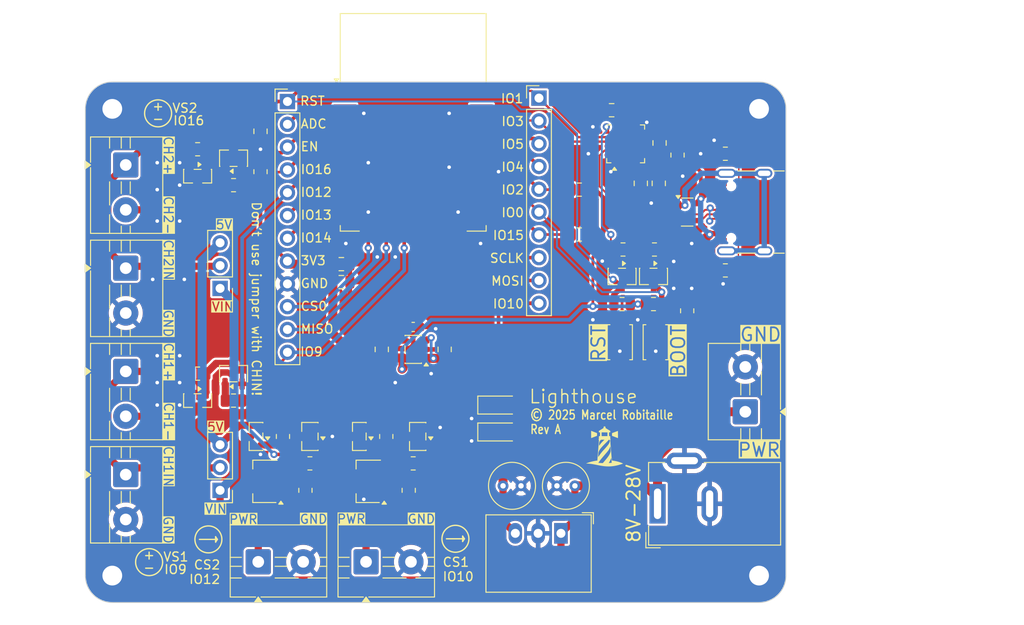
<source format=kicad_pcb>
(kicad_pcb (version 20241229) (generator "pcbnew") (generator_version "9.0")
  (layers (0 "F.Cu" signal) (2 "B.Cu" signal) (13 "F.Paste" user) (15 "B.Paste" user) (5 "F.SilkS" user "F.Silkscreen") (7 "B.SilkS" user "B.Silkscreen") (1 "F.Mask" user) (3 "B.Mask" user) (25 "Edge.Cuts" user))
  (net 0 "")
  (net 1 "GND")
  (net 2 "/VUSB")
  (net 3 "/MCU/3V3")
  (net 4 "/5V")
  (net 5 "/Power/BYP")
  (net 6 "/Power/VREG_OUT")
  (net 7 "/MCU/GPIO14")
  (net 8 "/MCU/GPIO13")
  (net 9 "/MCU/LSS1")
  (net 10 "/MCU/GPIO15")
  (net 11 "/MCU/CS0")
  (net 12 "/MCU/MISO")
  (net 13 "/MCU/GPIO2")
  (net 14 "/MCU/GPIO4")
  (net 15 "/MCU/SCLK")
  (net 16 "/PWR")
  (net 17 "/MCU/MOSI")
  (net 18 "/USB/~{RTS}")
  (net 19 "/MCU/~{RST}")
  (net 20 "/USB/~{DTR}")
  (net 21 "/USB/VPP")
  (net 22 "/USB/D+")
  (net 23 "/USB/D-")
  (net 24 "/USB/VIO")
  (net 25 "/USB/CC2")
  (net 26 "/USB/CC1")
  (net 27 "/MCU/RXD")
  (net 28 "/MCU/TXD")
  (net 29 "/MCU/ADC")
  (net 30 "/MCU/GPIO0")
  (net 31 "/MCU/CSO2")
  (net 32 "/USB/SHIELD")
  (net 33 "/MCU/GPIO5")
  (net 34 "/MCU/LSS2")
  (net 35 "/MCU/EN")
  (net 36 "/MCU/CSO1")
  (net 37 "/USB/CP2104_~{RST}")
  (net 40 "Net-(Q1-B)")
  (net 41 "Net-(Q2-B)")
  (net 42 "Net-(R6-Pad1)")
  (net 54 "/Low Side Switch 2/PD")
  (net 55 "/Low Side Switch 1/PD")
  (net 56 "/Low Side Switch 2/BASE")
  (net 57 "/Low Side Switch 2/GATE")
  (net 58 "/Low Side Switch 1/GATE")
  (net 59 "/Low Side Switch 1/BASE")
  (net 60 "/Current source output 2/ADJ")
  (net 61 "/Current source output 1/ADJ")
  (net 62 "/Current source output 2/BASE")
  (net 63 "/Current source output 2/GATE")
  (net 64 "/Current source output 2/IN")
  (net 65 "/Current source output 1/BASE")
  (net 66 "/Current source output 1/GATE")
  (net 67 "/Current source output 1/IN")
  (net 68 "/Current source output 2/OUT")
  (net 69 "/Current source output 1/OUT")
  (net 70 "/Low Side Switch 2/IN")
  (net 71 "/Low Side Switch 1/IN")
  (footprint "Capacitor_SMD:C_0805_2012Metric" (layer "F.Cu") (at 153.5 83.3 90)
    (property "Reference" "C10" (hide yes))
    (property "Value" "1u")
  )
  (footprint "Capacitor_THT:C_Radial_D5.0mm_H5.0mm_P2.00mm" (layer "F.Cu") (at 168 98.5 180)
    (property "Reference" "C8" (hide yes))
    (property "Value" "22u")
  )
  (footprint "Resistor_SMD:R_0805_2012Metric" (layer "F.Cu") (at 150 96 180)
    (property "Reference" "R15" (hide yes))
    (property "Value" "220")
  )
  (footprint "Package_TO_SOT_SMD:SOT-23-3" (layer "F.Cu") (at 130 86 90)
    (property "Reference" "Q9" (hide yes))
    (property "Value" "S8050")
  )
  (footprint "Connector_PinHeader_2.54mm:PinHeader_1x03_P2.54mm_Vertical" (layer "F.Cu") (at 128.5 99 180)
    (property "Reference" "JP2" (hide yes))
    (property "Value" "Jumper_3_Open")
  )
  (footprint "Connector_BarrelJack:BarrelJack_Wuerth_6941xx301002" (layer "F.Cu") (at 177.2 100.5 90)
    (property "Reference" "J5" (hide yes))
    (property "Value" "694106301002")
  )
  (footprint "Capacitor_SMD:C_0603_1608Metric" (layer "F.Cu") (at 150 80.8 180)
    (property "Reference" "C11" (hide yes))
    (property "Value" "10n")
  )
  (footprint "Resistor_SMD:R_0805_2012Metric" (layer "F.Cu") (at 179.425 61.65 90)
    (property "Reference" "R3" (hide yes))
    (property "Value" "4k7")
  )
  (footprint "MountingHole:MountingHole_2.2mm_M2_Pad" (layer "F.Cu") (at 116.5 108.5)
    (property "Reference" "H1" (hide yes))
    (property "Value" "MountingHole_Pad")
  )
  (footprint "Resistor_SMD:R_0805_2012Metric" (layer "F.Cu") (at 168.5 70.5)
    (property "Reference" "R7" (hide yes))
    (property "Value" "10k")
  )
  (footprint "Capacitor_SMD:C_0805_2012Metric" (layer "F.Cu") (at 142 75.8)
    (property "Reference" "C5" (hide yes))
    (property "Value" "10u")
  )
  (footprint "TerminalBlock:TerminalBlock_MaiXu_MX126-5.0-02P_1x02_P5.00mm" (layer "F.Cu") (at 118 74.25 -90)
    (property "Reference" "J8" (hide yes))
    (property "Value" "From_E-stop")
  )
  (footprint "TerminalBlock:TerminalBlock_MaiXu_MX126-5.0-02P_1x02_P5.00mm" (layer "F.Cu") (at 118 62.75 -90)
    (property "Reference" "J9" (hide yes))
    (property "Value" "From_E-stop")
  )
  (footprint "Package_TO_SOT_SMD:SOT-23-3" (layer "F.Cu") (at 138.5 93 180)
    (property "Reference" "Q3" (hide yes))
    (property "Value" "S8050")
  )
  (footprint "Package_TO_SOT_SMD:SOT-23" (layer "F.Cu") (at 126 64 -90)
    (property "Reference" "Q8" (hide yes))
    (property "Value" "BSS138-7-F")
  )
  (footprint "Capacitor_SMD:C_0805_2012Metric" (layer "F.Cu") (at 172.0875 56.65 180)
    (property "Reference" "C4" (hide yes))
    (property "Value" "4u7")
  )
  (footprint "Package_TO_SOT_SMD:SOT-23-3" (layer "F.Cu") (at 150.5 93 180)
    (property "Reference" "Q5" (hide yes))
    (property "Value" "S8050")
  )
  (footprint "Resistor_SMD:R_0805_2012Metric" (layer "F.Cu") (at 173.25 78.25)
    (property "Reference" "R11" (hide yes))
    (property "Value" "10k")
  )
  (footprint "Capacitor_SMD:C_0805_2012Metric" (layer "F.Cu") (at 175.3375 64.8 -90)
    (property "Reference" "C3" (hide yes))
    (property "Value" "100n")
  )
  (footprint "Resistor_SMD:R_0805_2012Metric" (layer "F.Cu") (at 180.5 79 90)
    (property "Reference" "R6" (hide yes))
    (property "Value" "470")
  )
  (footprint "Capacitor_SMD:C_0805_2012Metric" (layer "F.Cu") (at 177.3375 64.8 -90)
    (property "Reference" "C1" (hide yes))
    (property "Value" "4u7")
  )
  (footprint "Package_TO_SOT_SMD:SOT-89-3" (layer "F.Cu") (at 133.5 98 180)
    (property "Reference" "U3" (hide yes))
    (property "Value" "LM317L")
  )
  (footprint "Package_TO_SOT_SMD:SOT-23" (layer "F.Cu") (at 144 93 180)
    (property "Reference" "Q6" (hide yes))
    (property "Value" "BSS84")
  )
  (footprint "lighthouse:USB_C_Receptacle_G-Switch_GT-USB-7010ASV" (layer "F.Cu") (at 188 68 90)
    (property "Reference" "J1" (hide yes))
    (property "Value" "GT-USB-7010ASV")
  )
  (footprint "MountingHole:MountingHole_2.2mm_M2_Pad" (layer "F.Cu") (at 116.5 56.5)
    (property "Reference" "H3" (hide yes))
    (property "Value" "MountingHole_Pad")
  )
  (footprint "Package_TO_SOT_SMD:SOT-23-3" (layer "F.Cu") (at 176.75 75.16875 -90)
    (property "Reference" "Q2" (hide yes))
    (property "Value" "S8050")
  )
  (footprint "Resistor_SMD:R_0805_2012Metric" (layer "F.Cu") (at 126 86)
    (property "Reference" "R21" (hide yes))
    (property "Value" "10k")
  )
  (footprint "Resistor_SMD:R_0805_2012Metric" (layer "F.Cu") (at 173.35625 72.16875)
    (property "Reference" "R5" (hide yes))
    (property "Value" "12k")
  )
  (footprint "MountingHole:MountingHole_2.2mm_M2_Pad" (layer "F.Cu") (at 188.5 108.5)
    (property "Reference" "H2" (hide yes))
    (property "Value" "MountingHole_Pad")
  )
  (footprint "TerminalBlock:TerminalBlock_MaiXu_MX126-5.0-02P_1x02_P5.00mm" (layer "F.Cu") (at 186.9675 90.25 90)
    (property "Reference" "J6" (hide yes))
    (property "Value" "From_E-stop")
  )
  (footprint "Package_TO_SOT_SMD:SOT-23-3" (layer "F.Cu") (at 130 62 90)
    (property "Reference" "Q7" (hide yes))
    (property "Value" "S8050")
  )
  (footprint "Resistor_SMD:R_0805_2012Metric" (layer "F.Cu") (at 149.5 99 -90)
    (property "Reference" "R17" (hide yes))
    (property "Value" "110")
  )
  (footprint "Resistor_SMD:R_0805_2012Metric" (layer "F.Cu") (at 176.85625 72.16875 180)
    (property "Reference" "R4" (hide yes))
    (property "Value" "12k")
  )
  (footprint "MountingHole:MountingHole_2.2mm_M2_Pad" (layer "F.Cu") (at 188.5 56.5)
    (property "Reference" "H4" (hide yes))
    (property "Value" "MountingHole_Pad")
  )
  (footprint "Resistor_SMD:R_0805_2012Metric" (layer "F.Cu") (at 126 61)
    (property "Reference" "R19" (hide yes))
    (property "Value" "10k")
  )
  (footprint "Resistor_SMD:R_0805_2012Metric" (layer "F.Cu") (at 184.75 74.5)
    (property "Reference" "R2" (hide yes))
    (property "Value" "5k1")
  )
  (footprint "Diode_SMD:D_SOD-123F" (layer "F.Cu") (at 159.4 92.5)
    (property "Reference" "D3" (hide yes))
    (property "Value" "MBR120")
  )
  (footprint "lighthouse:TS-1088R-02026_SW_SMD_3x4mm" (layer "F.Cu") (at 173 82.5 90)
    (property "Reference" "SW2" (hide yes))
    (property "Value" "TS-1088R-02026")
  )
  (footprint "TerminalBlock:TerminalBlock_MaiXu_MX126-5.0-02P_1x02_P5.00mm" (layer "F.Cu") (at 118 97.25 -90)
    (property "Reference" "J10" (hide yes))
    (property "Value" "From_E-stop")
  )
  (footprint "TerminalBlock:TerminalBlock_MaiXu_MX126-5.0-02P_1x02_P5.00mm" (layer "F.Cu") (at 132.75 106.9675)
    (property "Reference" "J4" (hide yes))
    (property "Value" "From_E-stop")
  )
  (footprint "RF_Module:ESP-12E" (layer "F.Cu") (at 150 58)
    (property "Reference" "U2" (hide yes))
    (property "Value" "ESP-12F")
  )
  (footprint "Connector_PinHeader_2.54mm:PinHeader_1x10_P2.54mm_Vertical" (layer "F.Cu") (at 164 55.3)
    (property "Reference" "J3" (hide yes))
    (property "Value" "Conn_01x10_Pin")
  )
  (footprint "Package_TO_SOT_SMD:SOT-23" (layer "F.Cu") (at 126 89 -90)
    (property "Reference" "Q10" (hide yes))
    (property "Value" "BSS138-7-F")
  )
  (footprint "Package_TO_SOT_SMD:SOT-23-5" (layer "F.Cu") (at 150 83.3 180)
    (property "Reference" "U5" (hide yes))
    (property "Value" "SPX3819M5-L-3-3")
  )
  (footprint "Resistor_SMD:R_0805_2012Metric" (layer "F.Cu") (at 168.5 65.5 180)
    (property "Reference" "R9" (hide yes))
    (property "Value" "10k")
  )
  (footprint "Capacitor_SMD:C_0805_2012Metric" (layer "F.Cu") (at 142 73.8)
    (property "Reference" "C6" (hide yes))
    (property "Value" "100n")
  )
  (footprint "Resistor_SMD:R_0805_2012Metric" (layer "F.Cu") (at 176.75 78.25)
    (property "Reference" "R8" (hide yes))
    (property "Value" "10k")
  )
  (footprint "Connector_PinHeader_2.54mm:PinHeader_1x12_P2.54mm_Vertical" (layer "F.Cu") (at 136 55.68)
    (property "Reference" "J2" (hide yes))
    (property "Value" "Conn_01x05_Pin")
  )
  (footprint "TerminalBlock:TerminalBlock_MaiXu_MX126-5.0-02P_1x02_P5.00mm" (layer "F.Cu") (at 118 85.75 -90)
    (property "Reference" "J11" (hide yes))
    (property "Value" "From_E-stop")
  )
  (footprint "Resistor_SMD:R_0805_2012Metric" (layer "F.Cu") (at 130 89 180)
    (property "Reference" "R20" (hide yes))
    (property "Value" "220")
  )
  (footprint "Package_TO_SOT_SMD:SOT-23" (layer "F.Cu") (at 132.5 93 180)
    (property "Reference" "Q4" (hide yes))
    (property "Value" "BSS84")
  )
  (footprint "Diode_SMD:D_SOD-123F" (layer "F.Cu") (at 159.4 89.5)
    (property "Reference" "D2" (hide yes))
    (property "Value" "MBR120")
  )
  (footprint "Converter_DCDC:Converter_DCDC_RECOM_R-78E-0.5_THT" (layer "F.Cu") (at 166.4475 103.7925 180)
    (property "Reference" "U4" (hide yes))
    (property "Value" "R-78E5.0-1.0")
  )
  (footprint "lighthouse:TS-1088R-02026_SW_SMD_3x4mm" (layer "F.Cu") (at 177 82.5 -90)
    (property "Reference" "SW1" (hide yes))
    (property "Value" "TS-1088R-02026")
  )
  (footprint "TerminalBlock:TerminalBlock_MaiXu_MX126-5.0-02P_1x02_P5.00mm" (layer "F.Cu") (at 144.75 106.9675)
    (property "Reference" "J7" (hide yes))
    (property "Value" "From_E-stop")
  )
  (footprint "Capacitor_SMD:C_0805_2012Metric" (layer "F.Cu") (at 146.5 83.3 90)
    (property "Reference" "C12" (hide yes))
    (property "Value" "10u")
  )
  (footprint "Capacitor_SMD:C_0805_2012Metric" (layer "F.Cu") (at 133 59 -90)
    (property "Reference" "C7" (hide yes))
    (property "Value" "470p")
  )
  (footprint "Resistor_SMD:R_0805_2012Metric" (layer "F.Cu") (at 138 99 -90)
    (property "Reference" "R14" (hide yes))
    (property "Value" "110")
  )
  (footprint "Resistor_SMD:R_0805_2012Metric" (layer "F.Cu") (at 184.75 61.5)
    (property "Reference" "R1" (hide yes))
    (property "Value" "5k1")
  )
  (footprint "Resistor_SMD:R_0805_2012Metric" (layer "F.Cu") (at 130 65 180)
    (property "Reference" "R18" (hide yes))
    (property "Value" "220")
  )
  (footprint "Resistor_SMD:R_0805_2012Metric" (layer "F.Cu") (at 135.5 93 -90)
    (property "Reference" "R13" (hide yes))
    (property "Value" "10k")
  )
  (footprint "Capacitor_THT:C_Radial_D5.0mm_H5.0mm_P2.00mm" (layer "F.Cu") (at 160 98.5)
    (property "Reference" "C9" (hide yes))
    (property "Value" "22u")
  )
  (footprint "Resistor_SMD:R_0805_2012Metric" (layer "F.Cu") (at 133 63.5 -90)
    (property "Reference" "R10" (hide yes))
    (property "Value" "10k")
  )
  (footprint "Package_TO_SOT_SMD:SOT-89-3" (layer "F.Cu") (at 145 98 180)
    (property "Reference" "U6" (hide yes))
    (property "Value" "LM317L")
  )
  (footprint "Resistor_SMD:R_0805_2012Metric" (layer "F.Cu") (at 147 93 -90)
    (property "Reference" "R16" (hide yes))
    (property "Value" "10k")
  )
  (footprint "Connector_PinHeader_2.54mm:PinHeader_1x03_P2.54mm_Vertical" (layer "F.Cu") (at 128.5 76.5 180)
    (property "Reference" "JP1" (hide yes))
    (property "Value" "Jumper_3_Open")
  )
  (footprint "Capacitor_SMD:C_0805_2012Metric" (layer "F.Cu") (at 177.425 60.3 90)
    (property "Reference" "C2" (hide yes))
    (property "Value" "100n")
  )
  (footprint "Resistor_SMD:R_0805_2012Metric" (layer "F.Cu") (at 138.5 96 180)
    (property "Reference" "R12" (hide yes))
    (property "Value" "220")
  )
  (footprint "Package_DFN_QFN:QFN-24-1EP_4x4mm_P0.5mm_EP2.6x2.6mm" (layer "F.Cu") (at 173.65 60.4 90)
    (property "Reference" "U1" (hide yes))
    (property "Value" "CP2104")
  )
  (footprint "Package_TO_SOT_SMD:SOT-143" (layer "F.Cu") (at 180.5 68)
    (property "Reference" "D1" (hide yes))
    (property "Value" "SP0503BAHT")
  )
  (footprint "Package_TO_SOT_SMD:SOT-23-3" (layer "F.Cu") (at 173.25 75.16875 -90)
    (property "Reference" "Q1" (hide yes))
    (property "Value" "S8050")
  )
  (gr_line (start 155.5 104.7) (end 155.7 104.4) (stroke (width 0.15)) (layer "F.SilkS"))
  (gr_circle (center 121.6 57) (end 123.1 57.1) (stroke (width 0.15)) (fill no) (layer "F.SilkS"))
  (gr_poly (pts (xy 172.789569 92.392325) (xy 172.790671 92.416429) (xy 172.792949 92.503185) (xy 172.796846 92.784777) (xy 172.797758 92.89769) (xy 172.798237 92.987624) (xy 172.798299 93.024737) (xy 172.798235 93.057019) (xy 172.79804 93.084777) (xy 172.797707 93.108314) (xy 172.797232 93.127936) (xy 172.796607 93.143947) (xy 172.795829 93.156653) (xy 172.79489 93.166357) (xy 172.794359 93.17018) (xy 172.793786 93.173366) (xy 172.793169 93.175955) (xy 172.792509 93.177984) (xy 172.791805 93.179491) (xy 172.791056 93.180515) (xy 172.790261 93.181093) (xy 172.78942 93.181265) (xy 172.781062 93.178787) (xy 172.761364 93.171772) (xy 172.693076 93.146088) (xy 172.594814 93.108134) (xy 172.476834 93.06183) (xy 172.357996 93.015184) (xy 172.257399 92.976296) (xy 172.185656 92.949227) (xy 172.163922 92.941394) (xy 172.153381 92.938039) (xy 172.131553 92.933451) (xy 172.131553 92.780515) (xy 172.131571 92.756) (xy 172.131634 92.734206) (xy 172.131758 92.714966) (xy 172.131957 92.698116) (xy 172.132244 92.683491) (xy 172.132426 92.67696) (xy 172.132636 92.670924) (xy 172.132875 92.665361) (xy 172.133145 92.66025) (xy 172.133449 92.655572) (xy 172.133788 92.651305) (xy 172.134163 92.647429) (xy 172.134577 92.643923) (xy 172.135031 92.640766) (xy 172.135528 92.637938) (xy 172.136069 92.635418) (xy 172.136656 92.633186) (xy 172.13729 92.63122) (xy 172.137974 92.6295) (xy 172.138709 92.628006) (xy 172.139497 92.626716) (xy 172.14034 92.625611) (xy 172.14124 92.624669) (xy 172.142198 92.623869) (xy 172.143217 92.623192) (xy 172.144298 92.622616) (xy 172.145443 92.622121) (xy 172.345059 92.545245) (xy 172.554221 92.466647) (xy 172.719767 92.406073) (xy 172.769571 92.388715) (xy 172.788536 92.383267)) (fill yes) (layer "F.SilkS"))
  (gr_line (start 155.7 104.4) (end 155.5 104.1) (stroke (width 0.15)) (layer "F.SilkS"))
  (gr_line (start 128 104.7675) (end 128.2 104.4675) (stroke (width 0.15)) (layer "F.SilkS"))
  (gr_line (start 153.7 104.4) (end 155.7 104.4) (stroke (width 0.15)) (layer "F.SilkS"))
  (gr_line (start 126.2 104.4675) (end 128.2 104.4675) (stroke (width 0.15)) (layer "F.SilkS"))
  (gr_circle (center 154.7 104.4) (end 156.2 104.4) (stroke (width 0.15)) (fill no) (layer "F.SilkS"))
  (gr_poly (pts (xy 171.306534 91.872624) (xy 171.310211 91.87287) (xy 171.313861 91.873241) (xy 171.317484 91.873738) (xy 171.321076 91.87436) (xy 171.324637 91.875107) (xy 171.328164 91.875978) (xy 171.331658 91.876973) (xy 171.335114 91.87809) (xy 171.338533 91.879331) (xy 171.341912 91.880694) (xy 171.34525 91.882178) (xy 171.348544 91.883784) (xy 171.351795 91.88551) (xy 171.354999 91.887357) (xy 171.358155 91.889323) (xy 171.361261 91.891409) (xy 171.364317 91.893614) (xy 171.367319 91.895937) (xy 171.370268 91.898377) (xy 171.37316 91.900936) (xy 171.375994 91.903611) (xy 171.378769 91.906402) (xy 171.381484 91.90931) (xy 171.384135 91.912333) (xy 171.386722 91.91547) (xy 171.389244 91.918723) (xy 171.394082 91.925569) (xy 171.398637 91.932867) (xy 171.401806 91.938364) (xy 171.404619 91.943457) (xy 171.407088 91.948216) (xy 171.409228 91.95271) (xy 171.411052 91.957008) (xy 171.412573 91.961179) (xy 171.413806 91.965292) (xy 171.414764 91.969417) (xy 171.415461 91.973622) (xy 171.415911 91.977976) (xy 171.416128 91.982549) (xy 171.416124 91.98741) (xy 171.415915 91.992627) (xy 171.415512 91.99827) (xy 171.414932 92.004409) (xy 171.414186 92.011111) (xy 171.409132 92.054178) (xy 171.46285 92.089897) (xy 171.500301 92.11398) (xy 171.562557 92.153144) (xy 171.726834 92.255034) (xy 171.937084 92.384436) (xy 171.939363 92.461501) (xy 171.941627 92.538566) (xy 171.883801 92.538686) (xy 171.877847 92.538736) (xy 171.87194 92.538862) (xy 171.860404 92.539322) (xy 171.84948 92.540037) (xy 171.839454 92.540973) (xy 171.834867 92.541515) (xy 171.830612 92.542101) (xy 171.826725 92.542726) (xy 171.823241 92.543387) (xy 171.820196 92.544081) (xy 171.817626 92.544802) (xy 171.815566 92.545548) (xy 171.814053 92.546314) (xy 171.812337 92.547694) (xy 171.810769 92.549624) (xy 171.809341 92.552185) (xy 171.808043 92.555455) (xy 171.806868 92.559516) (xy 171.805805 92.564446) (xy 171.803986 92.577235) (xy 171.802514 92.594461) (xy 171.801319 92.616761) (xy 171.800331 92.644776) (xy 171.79948 92.679143) (xy 171.798866 92.733596) (xy 171.799171 92.78922) (xy 171.800309 92.839492) (xy 171.801163 92.860583) (xy 171.802193 92.87789) (xy 171.807604 92.951312) (xy 171.825468 92.951611) (xy 171.833841 92.951985) (xy 171.84185 92.95251) (xy 171.849499 92.953186) (xy 171.856796 92.954012) (xy 171.863744 92.954991) (xy 171.87035 92.956121) (xy 171.87662 92.957403) (xy 171.882559 92.958838) (xy 171.888174 92.960427) (xy 171.893469 92.962168) (xy 171.89845 92.964063) (xy 171.903123 92.966113) (xy 171.907494 92.968317) (xy 171.911568 92.970676) (xy 171.915352 92.97319) (xy 171.91885 92.97586) (xy 171.922069 92.978685) (xy 171.925013 92.981668) (xy 171.92769 92.984806) (xy 171.930104 92.988103) (xy 171.932261 92.991556) (xy 171.934167 92.995167) (xy 171.935827 92.998937) (xy 171.937248 93.002865) (xy 171.938434 93.006953) (xy 171.939392 93.011199) (xy 171.940127 93.015606) (xy 171.940645 93.020172) (xy 171.940952 93.024899) (xy 171.941053 93.029787) (xy 171.941053 93.146772) (xy 171.941053 93.282981) (xy 171.941616 93.283224) (xy 171.9419 93.283344) (xy 171.942185 93.28346) (xy 171.946016 93.28516) (xy 171.949626 93.286954) (xy 171.953015 93.288839) (xy 171.956183 93.29081) (xy 171.959128 93.292866) (xy 171.96185 93.295001) (xy 171.96435 93.297213) (xy 171.966625 93.299497) (xy 171.968677 93.301851) (xy 171.970504 93.304271) (xy 171.972106 93.306752) (xy 171.973483 93.309293) (xy 171.974633 93.311888) (xy 171.975558 93.314534) (xy 171.976255 93.317229) (xy 171.976725 93.319967) (xy 171.976968 93.322746) (xy 171.976982 93.325563) (xy 171.976767 93.328412) (xy 171.976324 93.331292) (xy 171.97565 93.334198) (xy 171.974747 93.337127) (xy 171.973613 93.340075) (xy 171.972249 93.343039) (xy 171.970652 93.346015) (xy 171.968824 93.348999) (xy 171.966764 93.351988) (xy 171.96447 93.354978) (xy 171.961944 93.357966) (xy 171.959183 93.360949) (xy 171.956189 93.363922) (xy 171.952959 93.366881) (xy 171.949197 93.371404) (xy 171.946054 93.378167) (xy 171.943552 93.387722) (xy 171.941714 93.400618) (xy 171.940118 93.438635) (xy 171.941448 93.496615) (xy 171.945883 93.578958) (xy 171.953604 93.690064) (xy 171.979624 94.01616) (xy 172.076642 95.192708) (xy 172.116391 95.674291) (xy 172.140964 95.678819) (xy 172.169081 95.683582) (xy 172.199941 95.688428) (xy 172.232741 95.693205) (xy 172.384241 95.716376) (xy 172.527528 95.742417) (xy 172.663803 95.771653) (xy 172.794266 95.804409) (xy 172.920119 95.84101) (xy 173.042562 95.881783) (xy 173.162797 95.927051) (xy 173.282025 95.977141) (xy 173.372826 96.017248) (xy 173.192639 96.080618) (xy 173.018864 96.135975) (xy 172.851188 96.183708) (xy 172.689295 96.224212) (xy 172.532873 96.257877) (xy 172.381608 96.285096) (xy 172.235186 96.306261) (xy 172.093293 96.321765) (xy 171.955616 96.331999) (xy 171.821841 96.337356) (xy 171.564741 96.335007) (xy 171.319484 96.317854) (xy 171.083559 96.289036) (xy 170.854456 96.25169) (xy 170.629667 96.208953) (xy 170.182986 96.119856) (xy 169.956075 96.07977) (xy 169.723437 96.046843) (xy 169.482561 96.024213) (xy 169.230939 96.015016) (xy 169.232273 96.014821) (xy 169.234494 96.014217) (xy 169.24139 96.011865) (xy 169.251221 96.008126) (xy 169.26358 96.003166) (xy 169.294255 95.990249) (xy 169.330158 95.974444) (xy 169.413542 95.940244) (xy 170.615428 95.940244) (xy 170.739859 95.948197) (xy 170.863031 95.955036) (xy 170.985282 95.960607) (xy 171.106948 95.964754) (xy 171.114133 95.956315) (xy 171.761404 95.956315) (xy 171.821557 95.954497) (xy 171.876574 95.952128) (xy 171.926456 95.94921) (xy 171.971202 95.945741) (xy 172.010811 95.941722) (xy 172.045285 95.937153) (xy 172.060596 95.934662) (xy 172.074623 95.932033) (xy 172.087366 95.929267) (xy 172.098825 95.926363) (xy 172.096313 95.900783) (xy 172.084899 95.768468) (xy 172.069571 95.574013) (xy 172.068202 95.556511) (xy 172.066844 95.540142) (xy 172.065496 95.524873) (xy 172.064158 95.510671) (xy 172.062832 95.497504) (xy 172.061518 95.48534) (xy 172.060216 95.474145) (xy 172.058927 95.463887) (xy 172.057651 95.454534) (xy 172.056389 95.446053) (xy 172.055141 95.438412) (xy 172.053908 95.431577) (xy 172.05269 95.425517) (xy 172.051487 95.420199) (xy 172.0503 95.41559) (xy 172.04913 95.411658) (xy 172.047977 95.40837) (xy 172.046841 95.405694) (xy 172.045723 95.403597) (xy 172.045171 95.402756) (xy 172.044623 95.402047) (xy 172.044081 95.401466) (xy 172.043543 95.40101) (xy 172.04301 95.400675) (xy 172.042481 95.400455) (xy 172.041958 95.400348) (xy 172.04144 95.400349) (xy 172.040926 95.400454) (xy 172.040418 95.400659) (xy 172.039915 95.40096) (xy 172.039417 95.401353) (xy 172.038438 95.402399) (xy 172.03748 95.403763) (xy 172.036544 95.405413) (xy 172.035631 95.407316) (xy 172.03474 95.409441) (xy 172.033874 95.411755) (xy 172.033031 95.414224) (xy 172.027036 95.436084) (xy 172.019446 95.460109) (xy 172.01039 95.486024) (xy 172 95.513551) (xy 171.975735 95.572338) (xy 171.947693 95.634261) (xy 171.916916 95.697108) (xy 171.884446 95.75867) (xy 171.851325 95.816736) (xy 171.834845 95.843767) (xy 171.818594 95.869095) (xy 171.786496 95.917885) (xy 171.761404 95.956315) (xy 171.114133 95.956315) (xy 171.359739 95.667811) (xy 171.433139 95.580834) (xy 171.5 95.5) (xy 171.560685 95.424826) (xy 171.61556 95.35483) (xy 171.66499 95.289527) (xy 171.709339 95.228437) (xy 171.748974 95.171074) (xy 171.784258 95.116956) (xy 171.815557 95.065601) (xy 171.843236 95.016524) (xy 171.867659 94.969244) (xy 171.889192 94.923276) (xy 171.908199 94.878139) (xy 171.925046 94.833348) (xy 171.940097 94.788422) (xy 171.953718 94.742876) (xy 171.962633 94.709021) (xy 171.96944 94.676707) (xy 171.97209 94.660445) (xy 171.974258 94.64375) (xy 171.975958 94.626349) (xy 171.977206 94.607968) (xy 171.978401 94.56718) (xy 171.977963 94.519201) (xy 171.976011 94.46185) (xy 171.972663 94.392944) (xy 171.969905 94.344647) (xy 171.966916 94.29874) (xy 171.963792 94.256289) (xy 171.960626 94.21836) (xy 171.957515 94.186016) (xy 171.954553 94.160325) (xy 171.951834 94.142352) (xy 171.950596 94.136592) (xy 171.949455 94.133161) (xy 171.949319 94.132899) (xy 171.949178 94.132653) (xy 171.949032 94.132425) (xy 171.948881 94.132213) (xy 171.948725 94.132019) (xy 171.948563 94.131841) (xy 171.948396 94.13168) (xy 171.948224 94.131535) (xy 171.948047 94.131408) (xy 171.947956 94.13135) (xy 171.947864 94.131297) (xy 171.947771 94.131247) (xy 171.947677 94.131202) (xy 171.947581 94.131161) (xy 171.947484 94.131124) (xy 171.947386 94.131091) (xy 171.947287 94.131062) (xy 171.947186 94.131037) (xy 171.947084 94.131017) (xy 171.946981 94.131) (xy 171.946877 94.130987) (xy 171.946664 94.130974) (xy 171.946658 94.130974) (xy 171.946651 94.130973) (xy 171.946637 94.130971) (xy 171.946622 94.130968) (xy 171.946607 94.130965) (xy 171.946577 94.130957) (xy 171.946562 94.130954) (xy 171.946547 94.130951) (xy 171.946533 94.130948) (xy 171.946519 94.130947) (xy 171.946513 94.130947) (xy 171.946507 94.130947) (xy 171.946501 94.130947) (xy 171.946495 94.130948) (xy 171.94649 94.13095) (xy 171.946485 94.130951) (xy 171.94648 94.130954) (xy 171.946476 94.130957) (xy 171.946472 94.13096) (xy 171.946469 94.130964) (xy 171.946466 94.130969) (xy 171.946463 94.130974) (xy 171.944687 94.131491) (xy 171.942656 94.132876) (xy 171.940384 94.135102) (xy 171.937886 94.138143) (xy 171.935179 94.141971) (xy 171.932276 94.14656) (xy 171.929193 94.151882) (xy 171.925945 94.157912) (xy 171.919014 94.171987) (xy 171.911604 94.188568) (xy 171.903836 94.207442) (xy 171.89583 94.228394) (xy 171.872301 94.287447) (xy 171.85886 94.317632) (xy 171.844143 94.348399) (xy 171.828032 94.379855) (xy 171.810408 94.412105) (xy 171.791153 94.445259) (xy 171.770147 94.479421) (xy 171.747273 94.5147) (xy 171.722411 94.551201) (xy 171.695443 94.589033) (xy 171.666251 94.628301) (xy 171.634715 94.669113) (xy 171.600717 94.711575) (xy 171.564138 94.755795) (xy 171.524861 94.801879) (xy 171.344425 95.01125) (xy 171.191149 95.19051) (xy 171.062539 95.342693) (xy 170.956107 95.470833) (xy 170.86936 95.577964) (xy 170.799807 95.667121) (xy 170.744958 95.741337) (xy 170.702322 95.803647) (xy 170.67672 95.843184) (xy 170.65323 95.879893) (xy 170.632562 95.912629) (xy 170.615428 95.940244) (xy 169.413542 95.940244) (xy 169.429558 95.933674) (xy 169.54548 95.892738) (xy 169.674233 95.852607) (xy 169.812129 95.814251) (xy 169.955476 95.77864) (xy 170.100586 95.746744) (xy 170.243769 95.719534) (xy 170.381334 95.697981) (xy 170.451692 95.688298) (xy 170.47809 95.684568) (xy 170.499389 95.681377) (xy 170.511109 95.523851) (xy 170.534658 95.212627) (xy 170.589936 95.212627) (xy 170.590116 95.220804) (xy 170.590542 95.228093) (xy 170.591225 95.234492) (xy 170.592175 95.240004) (xy 170.593405 95.244626) (xy 170.594925 95.24836) (xy 170.596746 95.251205) (xy 170.59888 95.253161) (xy 170.601337 95.254228) (xy 170.604128 95.254407) (xy 170.607265 95.253697) (xy 170.610758 95.252098) (xy 170.61462 95.24961) (xy 170.618859 95.246234) (xy 170.623489 95.241968) (xy 170.62852 95.236814) (xy 170.639828 95.223838) (xy 170.652872 95.207307) (xy 170.667742 95.18722) (xy 170.684525 95.163576) (xy 170.769735 95.041317) (xy 170.819499 94.971259) (xy 170.874065 94.896618) (xy 170.93345 94.818419) (xy 170.997676 94.73769) (xy 171.066762 94.655456) (xy 171.103135 94.614096) (xy 171.14073 94.572744) (xy 171.233431 94.472067) (xy 171.317201 94.380102) (xy 171.392564 94.296253) (xy 171.460044 94.219925) (xy 171.520167 94.150523) (xy 171.573455 94.087449) (xy 171.620434 94.030109) (xy 171.661628 93.977906) (xy 171.697561 93.930245) (xy 171.728757 93.88653) (xy 171.755742 93.846166) (xy 171.779038 93.808556) (xy 171.799171 93.773105) (xy 171.816665 93.739216) (xy 171.832045 93.706295) (xy 171.845834 93.673745) (xy 171.855659 93.647876) (xy 171.864334 93.621852) (xy 171.871849 93.595924) (xy 171.878191 93.570344) (xy 171.883349 93.545362) (xy 171.887313 93.52123) (xy 171.890071 93.498199) (xy 171.891612 93.476521) (xy 171.891925 93.456445) (xy 171.891618 93.447087) (xy 171.890999 93.438224) (xy 171.890068 93.429887) (xy 171.888823 93.422109) (xy 171.887262 93.414919) (xy 171.885385 93.40835) (xy 171.883189 93.402432) (xy 171.880674 93.397198) (xy 171.877838 93.392679) (xy 171.874679 93.388906) (xy 171.871197 93.38591) (xy 171.86739 93.383724) (xy 171.863256 93.382377) (xy 171.858794 93.381903) (xy 171.851711 93.381711) (xy 171.843642 93.381222) (xy 171.834869 93.380469) (xy 171.825671 93.379486) (xy 171.816331 93.378305) (xy 171.807127 93.376961) (xy 171.798342 93.375488) (xy 171.790256 93.373918) (xy 171.785591 93.373322) (xy 171.781158 93.373096) (xy 171.776943 93.373223) (xy 171.772932 93.37369) (xy 171.769112 93.374481) (xy 171.765468 93.37558) (xy 171.761986 93.376973) (xy 171.758653 93.378645) (xy 171.755454 93.38058) (xy 171.752375 93.382763) (xy 171.749403 93.38518) (xy 171.746523 93.387814) (xy 171.740985 93.393676) (xy 171.735648 93.400229) (xy 171.730402 93.407351) (xy 171.725134 93.41492) (xy 171.714085 93.43092) (xy 171.70808 93.439107) (xy 171.701607 93.447258) (xy 171.694552 93.455252) (xy 171.686805 93.462967) (xy 171.666642 93.485999) (xy 171.640798 93.514405) (xy 171.576341 93.58287) (xy 171.501979 93.65943) (xy 171.426262 93.735152) (xy 171.252708 93.908156) (xy 171.176471 93.986188) (xy 171.106748 94.059217) (xy 171.043153 94.127724) (xy 170.9853 94.192191) (xy 170.932803 94.2531) (xy 170.885278 94.310933) (xy 170.842338 94.366172) (xy 170.803598 94.419298) (xy 170.768673 94.470795) (xy 170.737176 94.521143) (xy 170.708723 94.570824) (xy 170.682928 94.620321) (xy 170.659405 94.670115) (xy 170.637768 94.720689) (xy 170.630977 94.738728) (xy 170.6254 94.756457) (xy 170.620895 94.774134) (xy 170.617323 94.792011) (xy 170.614542 94.810346) (xy 170.612413 94.829394) (xy 170.609546 94.870647) (xy 170.605443 94.972938) (xy 170.601958 95.038059) (xy 170.596019 95.115223) (xy 170.593399 95.144905) (xy 170.591453 95.171033) (xy 170.59027 95.193607) (xy 170.589936 95.212627) (xy 170.534658 95.212627) (xy 170.541838 95.11773) (xy 170.57588 94.685452) (xy 170.610832 94.252128) (xy 170.62483 94.077371) (xy 170.627966 94.037764) (xy 170.685146 94.037764) (xy 170.706617 94.014671) (xy 170.725792 93.992319) (xy 170.74336 93.970261) (xy 170.760014 93.948052) (xy 170.831302 93.848779) (xy 170.853748 93.819119) (xy 170.879427 93.786631) (xy 170.909029 93.750868) (xy 170.943245 93.711383) (xy 170.982767 93.667731) (xy 171.028286 93.619465) (xy 171.080493 93.566139) (xy 171.140078 93.507307) (xy 171.167411 93.480479) (xy 171.192911 93.454953) (xy 171.216021 93.431322) (xy 171.236182 93.410181) (xy 171.252837 93.392124) (xy 171.259675 93.384438) (xy 171.265426 93.377746) (xy 171.270022 93.372122) (xy 171.273393 93.36764) (xy 171.275468 93.364375) (xy 171.275998 93.363222) (xy 171.276179 93.362401) (xy 171.27612 93.362064) (xy 171.275942 93.361736) (xy 171.275233 93.361107) (xy 171.274062 93.360514) (xy 171.272439 93.359956) (xy 171.270373 93.359433) (xy 171.267874 93.358947) (xy 171.261616 93.358081) (xy 171.253742 93.35736) (xy 171.244331 93.356785) (xy 171.233459 93.356357) (xy 171.221205 93.356075) (xy 171.19286 93.355961) (xy 171.159918 93.356452) (xy 171.123002 93.357561) (xy 171.082733 93.3593) (xy 171.010741 93.362891) (xy 170.98164 93.364716) (xy 170.95647 93.366895) (xy 170.934734 93.369682) (xy 170.924997 93.371382) (xy 170.915931 93.373329) (xy 170.907473 93.375553) (xy 170.899562 93.378087) (xy 170.892136 93.380961) (xy 170.88513 93.384208) (xy 170.878484 93.387859) (xy 170.872135 93.391945) (xy 170.86602 93.396498) (xy 170.860078 93.40155) (xy 170.854245 93.407131) (xy 170.84846 93.413274) (xy 170.84266 93.42001) (xy 170.836782 93.427371) (xy 170.824546 93.444091) (xy 170.811252 93.463687) (xy 170.779496 93.512515) (xy 170.765106 93.535984) (xy 170.752571 93.559193) (xy 170.741742 93.58235) (xy 170.732471 93.605665) (xy 170.724609 93.629347) (xy 170.718008 93.653605) (xy 170.712518 93.678649) (xy 170.707992 93.704687) (xy 170.70428 93.731929) (xy 170.701234 93.760584) (xy 170.696545 93.822969) (xy 170.688618 93.973898) (xy 170.685146 94.037764) (xy 170.627966 94.037764) (xy 170.636668 93.927856) (xy 170.641815 93.861932) (xy 170.646467 93.801562) (xy 170.650639 93.746491) (xy 170.654346 93.696467) (xy 170.657602 93.651238) (xy 170.660423 93.610552) (xy 170.662823 93.574154) (xy 170.664818 93.541794) (xy 170.666423 93.513217) (xy 170.667652 93.488173) (xy 170.66813 93.476895) (xy 170.66852 93.466407) (xy 170.668823 93.456674) (xy 170.669042 93.447667) (xy 170.669178 93.439353) (xy 170.669233 93.431701) (xy 170.669209 93.424679) (xy 170.669108 93.418256) (xy 170.668932 93.4124) (xy 170.668683 93.407079) (xy 170.668362 93.402263) (xy 170.667971 93.397918) (xy 170.667512 93.394015) (xy 170.666988 93.39052) (xy 170.666399 93.387404) (xy 170.665749 93.384633) (xy 170.665038 93.382177) (xy 170.664268 93.380004) (xy 170.663442 93.378082) (xy 170.662561 93.376379) (xy 170.661627 93.374865) (xy 170.660643 93.373507) (xy 170.659609 93.372275) (xy 170.658527 93.371136) (xy 170.656231 93.369011) (xy 170.653767 93.366881) (xy 170.650672 93.364103) (xy 170.64779 93.361348) (xy 170.645119 93.358618) (xy 170.642659 93.355912) (xy 170.640411 93.35323) (xy 170.638376 93.350572) (xy 170.636551 93.347938) (xy 170.634939 93.345327) (xy 170.633538 93.342741) (xy 170.632349 93.340179) (xy 170.631372 93.33764) (xy 170.630606 93.335124) (xy 170.630052 93.332633) (xy 170.62971 93.330164) (xy 170.62958 93.32772) (xy 170.629662 93.325298) (xy 170.629955 93.3229) (xy 170.63046 93.320525) (xy 170.631177 93.318173) (xy 170.632105 93.315844) (xy 170.633245 93.313539) (xy 170.634597 93.311256) (xy 170.636161 93.308996) (xy 170.637937 93.306759) (xy 170.639924 93.304545) (xy 170.642124 93.302353) (xy 170.644535 93.300184) (xy 170.647157 93.298038) (xy 170.649992 93.295914) (xy 170.653038 93.293813) (xy 170.656297 93.291734) (xy 170.659767 93.289677) (xy 170.660627 93.289176) (xy 170.661471 93.288666) (xy 170.662301 93.288145) (xy 170.663115 93.287616) (xy 170.663115 93.141811) (xy 170.663115 93.028996) (xy 170.66354 93.01939) (xy 170.66484 93.010442) (xy 170.667058 93.002147) (xy 170.668524 92.998243) (xy 170.670234 92.9945) (xy 170.672195 92.990917) (xy 170.67441 92.987495) (xy 170.676885 92.984231) (xy 170.679626 92.981127) (xy 170.682637 92.97818) (xy 170.685924 92.97539) (xy 170.689491 92.972757) (xy 170.693344 92.97028) (xy 170.697488 92.967958) (xy 170.701928 92.965791) (xy 170.711717 92.961917) (xy 170.722752 92.958654) (xy 170.735074 92.955996) (xy 170.748724 92.953939) (xy 170.763743 92.952475) (xy 170.780172 92.951601) (xy 170.798053 92.951311) (xy 170.798053 92.77371) (xy 170.797676 92.702869) (xy 170.796649 92.641276) (xy 170.7966 92.639515) (xy 170.973036 92.639515) (xy 170.973251 92.681302) (xy 170.974129 92.729045) (xy 170.977887 92.838929) (xy 170.983096 92.959247) (xy 171.303324 92.959247) (xy 171.623553 92.959247) (xy 171.623553 92.754066) (xy 171.623553 92.548885) (xy 171.304068 92.544544) (xy 171.222597 92.543554) (xy 171.154411 92.542993) (xy 171.098697 92.542873) (xy 171.054641 92.543206) (xy 171.036731 92.543546) (xy 171.021432 92.544004) (xy 171.008641 92.54458) (xy 170.998256 92.545278) (xy 170.990177 92.546097) (xy 170.984301 92.547041) (xy 170.980528 92.548109) (xy 170.979398 92.54869) (xy 170.978755 92.549304) (xy 170.977468 92.552708) (xy 170.976343 92.558579) (xy 170.974584 92.577285) (xy 170.973481 92.604553) (xy 170.973036 92.639515) (xy 170.7966 92.639515) (xy 170.795942 92.616012) (xy 170.795131 92.595538) (xy 170.794236 92.58068) (xy 170.793278 92.572264) (xy 170.791563 92.564483) (xy 170.790598 92.561299) (xy 170.789437 92.558533) (xy 170.787984 92.556143) (xy 170.787119 92.555076) (xy 170.786146 92.554088) (xy 170.785053 92.553173) (xy 170.783828 92.552327) (xy 170.780935 92.550819) (xy 170.777375 92.549523) (xy 170.773051 92.548398) (xy 170.76787 92.547404) (xy 170.761738 92.546498) (xy 170.75456 92.545641) (xy 170.746242 92.544791) (xy 170.725809 92.542948) (xy 170.663115 92.537476) (xy 170.663472 92.460628) (xy 170.663813 92.383779) (xy 170.927394 92.221045) (xy 171.190959 92.058311) (xy 171.188277 92.009384) (xy 171.187868 91.997813) (xy 171.187845 91.992249) (xy 171.187943 91.986831) (xy 171.188164 91.981557) (xy 171.188509 91.976425) (xy 171.188978 91.971434) (xy 171.189572 91.966581) (xy 171.190292 91.961866) (xy 171.191138 91.957286) (xy 171.192112 91.952839) (xy 171.193214 91.948525) (xy 171.194444 91.944341) (xy 171.195804 91.940285) (xy 171.197295 91.936356) (xy 171.198916 91.932552) (xy 171.20067 91.928872) (xy 171.202556 91.925313) (xy 171.204576 91.921874) (xy 171.20673 91.918553) (xy 171.209019 91.915349) (xy 171.211443 91.912259) (xy 171.214005 91.909283) (xy 171.216703 91.906418) (xy 171.21954 91.903662) (xy 171.222516 91.901015) (xy 171.225631 91.898473) (xy 171.228886 91.896036) (xy 171.232283 91.893702) (xy 171.235822 91.891469) (xy 171.239503 91.889335) (xy 171.243328 91.887299) (xy 171.246852 91.885556) (xy 171.250378 91.883925) (xy 171.253902 91.882403) (xy 171.257425 91.880992) (xy 171.260945 91.87969) (xy 171.26446 91.878497) (xy 171.26797 91.877413) (xy 171.271473 91.876438) (xy 171.274968 91.875572) (xy 171.278454 91.874813) (xy 171.281929 91.874162) (xy 171.285393 91.873618) (xy 171.288844 91.873181) (xy 171.292281 91.872851) (xy 171.295702 91.872626) (xy 171.299107 91.872508) (xy 171.299108 91.872514) (xy 171.302833 91.872506)) (fill yes) (layer "F.SilkS"))
  (gr_circle (center 120.6 107) (end 122.1 107.1) (stroke (width 0.15)) (fill no) (layer "F.SilkS"))
  (gr_line (start 128 104.1675) (end 128 104.7675) (stroke (width 0.15)) (layer "F.SilkS"))
  (gr_line (start 155.5 104.1) (end 155.5 104.7) (stroke (width 0.15)) (layer "F.SilkS"))
  (gr_circle (center 127.2 104.4675) (end 128.7 104.4675) (stroke (width 0.15)) (fill no) (layer "F.SilkS"))
  (gr_line (start 128.2 104.4675) (end 128 104.1675) (stroke (width 0.15)) (layer "F.SilkS"))
  (gr_poly (pts (xy 169.823725 92.376307) (xy 169.927272 92.415452) (xy 170.151147 92.501849) (xy 170.460709 92.621904) (xy 170.465236 92.655824) (xy 170.466053 92.665094) (xy 170.466637 92.678488) (xy 170.467104 92.715115) (xy 170.466637 92.760645) (xy 170.465236 92.810017) (xy 170.460709 92.930273) (xy 170.405147 92.953062) (xy 170.277986 93.003146) (xy 170.078871 93.080072) (xy 169.894291 93.150602) (xy 169.810733 93.181498) (xy 169.809755 93.173225) (xy 169.808842 93.149515) (xy 169.807294 93.062431) (xy 169.805865 92.776159) (xy 169.805865 92.370803)) (fill yes) (layer "F.SilkS"))
  (gr_arc (start 113.5 56.5) (mid 114.37868 54.37868) (end 116.5 53.5) (stroke (width 0.1)) (layer "Edge.Cuts"))
  (gr_line (start 188.5 111.5) (end 116.5 111.5) (stroke (width 0.1)) (layer "Edge.Cuts"))
  (gr_line (start 191.5 56.5) (end 191.5 108.5) (stroke (width 0.1)) (layer "Edge.Cuts"))
  (gr_line (start 116.5 53.5) (end 188.5 53.5) (stroke (width 0.1)) (layer "Edge.Cuts"))
  (gr_arc (start 188.5 53.5) (mid 190.62132 54.37868) (end 191.5 56.5) (stroke (width 0.1)) (layer "Edge.Cuts"))
  (gr_arc (start 191.5 108.5) (mid 190.62132 110.62132) (end 188.5 111.5) (stroke (width 0.1)) (layer "Edge.Cuts"))
  (gr_arc (start 116.5 111.5) (mid 114.37868 110.62132) (end 113.5 108.5) (stroke (width 0.1)) (layer "Edge.Cuts"))
  (gr_line (start 113.5 108.5) (end 113.5 56.5) (stroke (width 0.1)) (layer "Edge.Cuts"))
  (gr_text "© 2025 Marcel Robitaille\nRev A" (at 162.95 92.8 0) (layer "F.SilkS") (effects (font (size 1 0.8)) (justify left bottom)))
  (gr_text "-" (at 120.6 107.6 0) (layer "F.SilkS") (effects (font (size 1 1))))
  (gr_text "CH2-" (at 122.16 66.14 270) (layer "F.SilkS" knockout) (effects (font (size 1 1)) (justify left bottom)))
  (gr_text "IO5" (at 162.41 60.44 0) (layer "F.SilkS") (effects (font (size 1 1)) (justify right)))
  (gr_text "PWR" (at 144.77 102.78 0) (layer "F.SilkS" knockout) (effects (font (size 1 1)) (justify right bottom)))
  (gr_text "IO15" (at 162.41 70.6 0) (layer "F.SilkS") (effects (font (size 1 1)) (justify right)))
  (gr_text "BOOT" (at 180.38 86.53 90) (layer "F.SilkS" knockout) (effects (font (size 1.5 1.5) (thickness 0.2)) (justify left bottom)))
  (gr_text "IO9" (at 137.33 83.57 0) (layer "F.SilkS") (effects (font (size 1 1)) (justify left)))
  (gr_text "ADC" (at 137.39 58.17 0) (layer "F.SilkS") (effects (font (size 1 1)) (justify left)))
  (gr_text "GND" (at 122.12 101.79 270) (layer "F.SilkS" knockout) (effects (font (size 1 1)) (justify left bottom)))
  (gr_text "GND" (at 140.53 102.8 0) (layer "F.SilkS" knockout) (effects (font (size 1 1)) (justify right bottom)))
  (gr_text "CS0" (at 137.39 78.49 0) (layer "F.SilkS") (effects (font (size 1 1)) (justify left)))
  (gr_text "MOSI" (at 162.41 75.68 0) (layer "F.SilkS") (effects (font (size 1 1)) (justify right)))
  (gr_text "GND" (at 122.13 78.78 270) (layer "F.SilkS" knockout) (effects (font (size 1 1)) (justify left bottom)))
  (gr_text "GND" (at 152.53 102.79 0) (layer "F.SilkS" knockout) (effects (font (size 1 1)) (justify right bottom)))
  (gr_text "CH1-" (at 122.18 89.14 270) (layer "F.SilkS" knockout) (effects (font (size 1 1)) (justify left bottom)))
  (gr_text "CH1IN" (at 122.15 93.98 270) (layer "F.SilkS" knockout) (effects (font (size 1 1)) (justify left bottom)))
  (gr_text "GND" (at 137.39 75.95 0) (layer "F.SilkS") (effects (font (size 1 1)) (justify left)))
  (gr_text "VS1" (at 122.10333 107 0) (layer "F.SilkS") (effects (font (size 1 1)) (justify left bottom)))
  (gr_text "CS2\nIO12" (at 128.6 109.5 0) (layer "F.SilkS") (effects (font (size 1 1)) (justify right bottom)))
  (gr_text "RST" (at 137.33 55.63 0) (layer "F.SilkS") (effects (font (size 1 1)) (justify left)))
  (gr_text "GND" (at 186.26 82.53 0) (layer "F.SilkS" knockout) (effects (font (size 1.5 1.5) (thickness 0.2)) (justify left bottom)))
  (gr_text "PWR" (at 186.01 95.38 0) (layer "F.SilkS" knockout) (effects (font (size 1.5 1.5) (thickness 0.2)) (justify left bottom)))
  (gr_text "CS1\nIO10" (at 153.2 109.2 0) (layer "F.SilkS") (effects (font (size 1 1)) (justify left bottom)))
  (gr_text "IO12" (at 137.39 65.79 0) (layer "F.SilkS") (effects (font (size 1 1)) (justify left)))
  (gr_text "IO13" (at 137.39 68.33 0) (layer "F.SilkS") (effects (font (size 1 1)) (justify left)))
  (gr_text "-" (at 121.6 57.6 0) (layer "F.SilkS") (effects (font (size 1 1))))
  (gr_text "+" (at 120.6 106.2 0) (layer "F.SilkS") (effects (font (size 1 1))))
  (gr_text "IO2" (at 162.41 65.52 0) (layer "F.SilkS") (effects (font (size 1 1)) (justify right)))
  (gr_text "8V-28V" (at 175.41 104.96 90) (layer "F.SilkS") (effects (font (size 1.5 1.5) (thickness 0.2)) (justify left bottom)))
  (gr_text "IO10" (at 162.41 78.22 0) (layer "F.SilkS") (effects (font (size 1 1)) (justify right)))
  (gr_text "5V" (at 128.97 92.54 0) (layer "F.SilkS" knockout) (effects (font (size 1 1)) (justify right bottom)))
  (gr_text "IO9" (at 122.2 108.4 0) (layer "F.SilkS") (effects (font (size 1 1)) (justify left bottom)))
  (gr_text "MISO" (at 137.39 81.03 0) (layer "F.SilkS") (effects (font (size 1 1)) (justify left)))
  (gr_text "IO3" (at 162.41 57.9 0) (layer "F.SilkS") (effects (font (size 1 1)) (justify right)))
  (gr_text "5V" (at 129.94 70 0) (layer "F.SilkS" knockout) (effects (font (size 1 1)) (justify right bottom)))
  (gr_text "Lighthouse" (at 162.81 89.43 0) (layer "F.SilkS") (effects (font (size 1.5 1.5)) (justify left bottom)))
  (gr_text "IO14" (at 137.39 70.87 0) (layer "F.SilkS") (effects (font (size 1 1)) (justify left)))
  (gr_text "VIN" (at 129.33 101.67 0) (layer "F.SilkS" knockout) (effects (font (size 1 1)) (justify right bottom)))
  (gr_text "SCLK" (at 162.41 73.14 0) (layer "F.SilkS") (effects (font (size 1 1)) (justify right)))
  (gr_text "IO4" (at 162.41 62.98 0) (layer "F.SilkS") (effects (font (size 1 1)) (justify right)))
  (gr_text "VIN" (at 130.08 79.14 0) (layer "F.SilkS" knockout) (effects (font (size 1 1)) (justify right bottom)))
  (gr_text "3V3" (at 137.39 73.41 0) (layer "F.SilkS") (effects (font (size 1 1)) (justify left)))
  (gr_text "VS2" (at 123.10333 57 0) (layer "F.SilkS") (effects (font (size 1 1)) (justify left bottom)))
  (gr_text "+" (at 121.6 56.2 0) (layer "F.SilkS") (effects (font (size 1 1))))
  (gr_text "PWR" (at 132.76 102.82 0) (layer "F.SilkS" knockout) (effects (font (size 1 1)) (justify right bottom)))
  (gr_text "RST" (at 171.5 84.81 90) (layer "F.SilkS" knockout) (effects (font (size 1.5 1.5) (thickness 0.2)) (justify left bottom)))
  (gr_text "CH2+" (at 122.15 59.47 270) (layer "F.SilkS" knockout) (effects (font (size 1 1)) (justify left bottom)))
  (gr_text "EN" (at 137.39 60.71 0) (layer "F.SilkS") (effects (font (size 1 1)) (justify left)))
  (gr_text "IO16" (at 137.39 63.25 0) (layer "F.SilkS") (effects (font (size 1 1)) (justify left)))
  (gr_text "CH2IN" (at 122.16 70.97 270) (layer "F.SilkS" knockout) (effects (font (size 1 1)) (justify left bottom)))
  (gr_text "IO16" (at 123.2 58.4 0) (layer "F.SilkS") (effects (font (size 1 1)) (justify left bottom)))
  (gr_text "IO1" (at 162.35 55.36 0) (layer "F.SilkS") (effects (font (size 1 1)) (justify right)))
  (gr_text "Don't use jumper with CHIN!" (at 131.96 66.76 270) (layer "F.SilkS") (effects (font (size 1 1)) (justify left bottom)))
  (gr_text "CH1+" (at 122.17 82.47 270) (layer "F.SilkS" knockout) (effects (font (size 1 1)) (justify left bottom)))
  (gr_text "IO0" (at 162.41 68.06 0) (layer "F.SilkS") (effects (font (size 1 1)) (justify right)))
  (segment (start 151.1375 83.3) (end 150.475001 83.3) (width 0.4) (layer "F.Cu") (net 1))
  (segment (start 147.45 83.3) (end 151.1375 83.3) (width 0.4) (layer "F.Cu") (net 1))
  (segment (start 175.3375 65.8375) (end 176.5 67) (width 0.6) (layer "F.Cu") (net 1))
  (segment (start 150.643026 83.3) (end 150.045059 82.702033) (width 0.4) (layer "F.Cu") (net 1))
  (segment (start 134.2135 60.7865) (end 134.5 60.5) (width 0.4) (layer "F.Cu") (net 1))
  (segment (start 130 64.0875) (end 130 66) (width 0.4) (layer "F.Cu") (net 1))
  (segment (start 184.275 71.2) (end 184.030786 71.2) (width 0.6) (layer "F.Cu") (net 1))
  (segment (start 175.3375 65.75) (end 175.3375 65.8375) (width 0.6) (layer "F.Cu") (net 1))
  (segment (start 134.5 60.5) (end 134.5 60) (width 0.4) (layer "F.Cu") (net 1))
  (segment (start 183.325 71.905786) (end 183.325 73.9875) (width 0.6) (layer "F.Cu") (net 1))
  (segment (start 153.5 82.35) (end 152.55 83.3) (width 0.4) (layer "F.Cu") (net 1))
  (segment (start 130.95 63.1375) (end 130 64.0875) (width 0.4) (layer "F.Cu") (net 1))
  (segment (start 172.9 62.3375) (end 172.9 61.15) (width 0.2032) (layer "F.Cu") (net 1))
  (segment (start 146.5 82.35) (end 147.45 83.3) (width 0.4) (layer "F.Cu") (net 1))
  (segment (start 133 61) (end 133.737558 61) (width 0.4) (layer "F.Cu") (net 1))
  (segment (start 151.1375 83.3) (end 150.643026 83.3) (width 0.4) (layer "F.Cu") (net 1))
  (segment (start 125.05 63.0625) (end 126 62.1125) (width 0.4) (layer "F.Cu") (net 1))
  (segment (start 133.737558 61) (end 133.951058 60.7865) (width 0.4) (layer "F.Cu") (net 1))
  (segment (start 183.325 62.0125) (end 183.8375 61.5) (width 0.6) (layer "F.Cu") (net 1))
  (segment (start 183.325 64.325) (end 183.325 62.0125) (width 0.6) (layer "F.Cu") (net 1))
  (segment (start 133 59.95) (end 133 61) (width 0.4) (layer "F.Cu") (net 1))
  (segment (start 172.9 61.15) (end 173.65 60.4) (width 0.2032) (layer "F.Cu") (net 1))
  (segment (start 150.045059 81.529941) (end 150.775 80.8) (width 0.4) (layer "F.Cu") (net 1))
  (segment (start 172.9 62.8375) (end 172.3375 63.4) (width 0.2032) (layer "F.Cu") (net 1))
  (segment (start 172.9 62.3375) (end 172.9 62.8375) (width 0.2032) (layer "F.Cu") (net 1))
  (segment (start 150.045059 82.702033) (end 150.045059 81.529941) (width 0.4) (layer "F.Cu") (net 1))
  (segment (start 152.55 83.3) (end 151.1375 83.3) (width 0.4) (layer "F.Cu") (net 1))
  (segment (start 184.275 64.8) (end 183.8 64.8) (width 0.6) (layer "F.Cu") (net 1))
  (segment (start 184.030786 71.2) (end 183.325 71.905786) (width 0.6) (layer "F.Cu") (net 1))
  (segment (start 126 62.1125) (end 126 59.5) (width 0.4) (layer "F.Cu") (net 1))
  (segment (start 183.8 64.8) (end 183.325 64.325) (width 0.6) (layer "F.Cu") (net 1))
  (segment (start 183.325 73.9875) (end 183.8375 74.5) (width 0.6) (layer "F.Cu") (net 1))
  (segment (start 133.951058 60.7865) (end 134.2135 60.7865) (width 0.4) (layer "F.Cu") (net 1))
  (via (at 124 84) (size 0.8) (drill 0.4) (layers "F.Cu" "B.Cu") (net 1))
  (via (at 121.5 84) (size 0.8) (drill 0.4) (layers "F.Cu" "B.Cu") (net 1))
  (via (at 141 93) (size 0.8) (drill 0.4) (layers "F.Cu" "B.Cu") (net 1))
  (via (at 146 73) (size 0.8) (drill 0.4) (layers "F.Cu" "B.Cu") (net 1))
  (via (at 124.520835 75.498971) (size 0.8) (drill 0.4) (layers "F.Cu" "B.Cu") (net 1))
  (via (at 180 64) (size 0.8) (drill 0.4) (layers "F.Cu" "B.Cu") (net 1))
  (via (at 179 76.5) (size 0.8) (drill 0.4) (layers "F.Cu" "B.Cu") (net 1))
  (via (at 176.5 67) (size 0.8) (drill 0.4) (layers "F.Cu" "B.Cu") (net 1))
  (via (at 184.5 76) (size 0.8) (drill 0.4) (layers "F.Cu" "B.Cu") (net 1))
  (via (at 133 95) (size 0.8) (drill 0.4) (layers "F.Cu" "B.Cu") (net 1))
  (via (at 148 73) (size 0.8) (drill 0.4) (layers "F.Cu" "B.Cu") (net 1))
  (via (at 175 80) (size 0.8) (drill 0.4) (layers "F.Cu" "B.Cu") (net 1))
  (via (at 182 61.5) (size 0.8) (drill 0.4) (layers "F.Cu" "B.Cu") (net 1))
  (via (at 155 68) (size 0.8) (drill 0.4) (layers "F.Cu" "B.Cu") (net 1))
  (via (at 145 62.5) (size 0.8) (drill 0.4) (layers "F.Cu" "B.Cu") (net 1))
  (via (at 154 57) (size 0.8) (drill 0.4) (layers "F.Cu" "B.Cu") (net 1))
  (via (at 148 87) (size 0.8) (drill 0.4) (layers "F.Cu" "B.Cu") (net 1))
  (via (at 121.5 62.5) (size 0.8) (drill 0.4) (layers "F.Cu" "B.Cu") (net 1))
  (via (at 124 65) (size 0.8) (drill 0.4) (layers "F.Cu" "B.Cu") (net 1))
  (via (at 142.5 71.5) (size 0.8) (drill 0.4) (layers "F.Cu" "B.Cu") (net 1))
  (via (at 124 87) (size 0.8) (drill 0.4) (layers "F.Cu" "B.Cu") (net 1))
  (via (at 176 58) (size 0.8) (drill 0.4) (layers "F.Cu" "B.Cu") (net 1))
  (via (at 144.5 100) (size 0.8) (drill 0.4) (layers "F.Cu" "B.Cu") (net 1))
  (via (at 133 61) (size 0.8) (drill 0.4) (layers "F.Cu" "B.Cu") (net 1))
  (via (at 121.5 87) (size 0.8) (drill 0.4) (layers "F.Cu" "B.Cu") (net 1))
  (via (at 173 83.5) (size 0.8) (drill 0.4) (layers "F.Cu" "B.Cu") (net 1))
  (via (at 124 62.5) (size 0.8) (drill 0.4) (layers "F.Cu" "B.Cu") (net 1))
  (via (at 152.5 81) (size 0.8) (drill 0.4) (layers "F.Cu" "B.Cu") (net 1))
  (via (at 121.5 69) (size 0.8) (drill 0.4) (layers "F.Cu" "B.Cu") (net 1))
  (via (at 170 58.5) (size 0.8) (drill 0.4) (layers "F.Cu" "B.Cu") (net 1))
  (via (at 121 75.5) (size 0.8) (drill 0.4) (layers "F.Cu" "B.Cu") (net 1))
  (via (at 144.5 57) (size 0.8) (drill 0.4) (layers "F.Cu" "B.Cu") (net 1))
  (via (at 153 92) (size 0.8) (drill 0.4) (layers "F.Cu" "B.Cu") (net 1))
  (via (at 172 63.5) (size 0.8) (drill 0.4) (layers "F.Cu" "B.Cu") (net 1))
  (via (at 179 73.5) (size 0.8) (drill 0.4) (layers "F.Cu" "B.Cu") (net 1))
  (via (at 181 76.5) (size 0.8) (drill 0.4) (layers "F.Cu" "B.Cu") (net 1))
  (via (at 157.5 71.5) (size 0.8) (drill 0.4) (layers "F.Cu" "B.Cu") (net 1))
  (via (at 170 80) (size 0.8) (drill 0.4) (layers "F.Cu" "B.Cu") (net 1))
  (via (at 171.046369 73.461359) (size 0.8) (drill 0.4) (layers "F.Cu" "B.Cu") (net 1))
  (via (at 124 89.5) (size 0.8) (drill 0.4) (layers "F.Cu" "B.Cu") (net 1))
  (via (at 145 68) (size 0.8) (drill 0.4) (layers "F.Cu" "B.Cu") (net 1))
  (via (at 121.5 65.5) (size 0.8) (drill 0.4) (layers "F.Cu" "B.Cu") (net 1))
  (via (at 181 71.5) (size 0.8) (drill 0.4) (layers "F.Cu" "B.Cu") (net 1))
  (via (at 124 69) (size 0.8) (drill 0.4) (layers "F.Cu" "B.Cu") (net 1))
  (via (at 121.5 89.5) (size 0.8) (drill 0.4) (layers "F.Cu" "B.Cu") (net 1))
  (via (at 154 63) (size 0.8) (drill 0.4) (layers "F.Cu" "B.Cu") (net 1))
  (via (at 177 83.5) (size 0.8) (drill 0.4) (layers "F.Cu" "B.Cu") (net 1))
  (via (at 183.5 60) (size 0.8) (drill 0.4) (layers "F.Cu" "B.Cu") (net 1))
  (via (at 152 86) (size 0.8) (drill 0.4) (layers "F.Cu" "B.Cu") (net 1))
  (via (at 156.5 91) (size 0.8) (drill 0.4) (layers "F.Cu" "B.Cu") (net 1))
  (via (at 169.5 61.5) (size 0.8) (drill 0.4) (layers "F.Cu" "B.Cu") (net 1))
  (via (at 156.5 93.5) (size 0.8) (drill 0.4) (layers "F.Cu" "B.Cu") (net 1))
  (via (at 159.5 63.5) (size 0.8) (drill 0.4) (layers "F.Cu" "B.Cu") (net 1))
  (segment (start 182.324 74.402128) (end 182.324 71.13) (width 1) (layer "F.Cu") (net 2))
  (segment (start 179.99 87.01) (end 182.5 84.5) (width 1) (layer "F.Cu") (net 2))
  (segment (start 182.5 74.578128) (end 182.324 74.402128) (width 1) (layer "F.Cu") (net 2))
  (segment (start 182.95 65.6) (end 182.025 66.525) (width 0.6) (layer "F.Cu") (net 2))
  (segment (start 182.025 66.525) (end 181.5 67.05) (width 0.6) (layer "F.Cu") (net 2))
  (segment (start 180.151166 61.65) (end 182.025 63.523834) (width 0.4) (layer "F.Cu") (net 2))
  (segment (start 177.425 61.25) (end 177.825 61.65) (width 0.4) (layer "F.Cu") (net 2))
  (segment (start 183.1 70.4) (end 183 70.5) (width 0.6) (layer "F.Cu") (net 2))
  (segment (start 160.8 89.5) (end 163.29 87.01) (width 1) (layer "F.Cu") (net 2))
  (segment (start 184.275 65.6) (end 182.95 65.6) (width 0.6) (layer "F.Cu") (net 2))
  (segment (start 163.29 87.01) (end 179.99 87.01) (width 1) (layer "F.Cu") (net 2))
  (segment (start 177.825 61.65) (end 180.151166 61.65) (width 0.4) (layer "F.Cu") (net 2))
  (segment (start 182.025 63.523834) (end 182.025 66.525) (width 0.4) (layer "F.Cu") (net 2))
  (segment (start 182.324 71.13) (end 182.954 70.5) (width 1) (layer "F.Cu") (net 2))
  (segment (start 184.275 70.4) (end 183.1 70.4) (width 0.6) (layer "F.Cu") (net 2))
  (segment (start 182.5 84.5) (end 182.5 74.578128) (width 1) (layer "F.Cu") (net 2))
  (via (at 183 70.5) (size 0.8) (drill 0.4) (layers "F.Cu" "B.Cu") (net 2))
  (via (at 182.025 66.525) (size 0.8) (drill 0.4) (layers "F.Cu" "B.Cu") (net 2))
  (segment (start 182 66.55) (end 182 69.5) (width 0.6) (layer "B.Cu") (net 2))
  (segment (start 182.025 66.525) (end 182 66.55) (width 0.6) (layer "B.Cu") (net 2))
  (segment (start 182 69.5) (end 183 70.5) (width 0.6) (layer "B.Cu") (net 2))
  (segment (start 141.91 68.5) (end 142.4 68.5) (width 1) (layer "F.Cu") (net 3))
  (segment (start 143.75 84.25) (end 146.5 84.25) (width 1) (layer "F.Cu") (net 3))
  (segment (start 141.05 81.55) (end 143.75 84.25) (width 1) (layer "F.Cu") (net 3))
  (segment (start 141.05 75.8) (end 141.05 81.55) (width 1) (layer "F.Cu") (net 3))
  (segment (start 136.34 73.8) (end 136 73.46) (width 1) (layer "F.Cu") (net 3))
  (segment (start 148.8625 85.3875) (end 148.75 85.5) (width 1) (layer "F.Cu") (net 3))
  (segment (start 133 64.4125) (end 133 65.7) (width 0.4) (layer "F.Cu") (net 3))
  (segment (start 146.5 84.25) (end 147.7 84.25) (width 1) (layer "F.Cu") (net 3))
  (segment (start 170 78.5) (end 170 73) (width 0.3) (layer "F.Cu") (net 3))
  (segment (start 141.05 75.8) (end 141.05 73.8) (width 1) (layer "F.Cu") (net 3))
  (segment (start 170 73) (end 170.5 72.5) (width 0.3) (layer "F.Cu") (net 3))
  (segment (start 141.05 73.8) (end 136.34 73.8) (width 1) (layer "F.Cu") (net 3))
  (segment (start 133 70.46) (end 136 73.46) (width 0.4) (layer "F.Cu") (net 3))
  (segment (start 133 65.7) (end 133 70.46) (width 0.4) (layer "F.Cu") (net 3))
  (segment (start 141.05 73.8) (end 141.05 69.36) (width 1) (layer "F.Cu") (net 3))
  (segment (start 170.5 72.5) (end 170.5 66.5875) (width 0.3) (layer "F.Cu") (net 3))
  (segment (start 148.8625 84.25) (end 148.8625 85.3875) (width 1) (layer "F.Cu") (net 3))
  (segment (start 141.05 69.36) (end 141.91 68.5) (width 1) (layer "F.Cu") (net 3))
  (segment (start 175.8375 78.25) (end 175 78.25) (width 0.6) (layer "F.Cu") (net 3))
  (segment (start 175 78.25) (end 174.1625 78.25) (width 0.6) (layer "F.Cu") (net 3))
  (segment (start 147.8 84.25) (end 148.8625 84.25) (width 1) (layer "F.Cu") (net 3))
  (segment (start 170.5 66.5875) (end 169.4125 65.5) (width 0.3) (layer "F.Cu") (net 3))
  (via (at 148.75 85.5) (size 0.8) (drill 0.4) (layers "F.Cu" "B.Cu") (net 3))
  (via (at 170 78.5) (size 0.8) (drill 0.4) (layers "F.Cu" "B.Cu") (net 3))
  (via (at 175 78.25) (size 0.8) (drill 0.4) (layers "F.Cu" "B.Cu") (net 3))
  (segment (start 167.375 80) (end 168.875 78.5) (width 0.4) (layer "B.Cu") (net 3))
  (segment (start 168.875 78.5) (end 170 78.5) (width 0.4) (layer "B.Cu") (net 3))
  (segment (start 148.75 83.25) (end 152 80) (width 0.4) (layer "B.Cu") (net 3))
  (segment (start 148.75 85.5) (end 148.75 83.25) (width 0.4) (layer "B.Cu") (net 3))
  (segment (start 170 78.5) (end 174.348528 78.5) (width 0.4) (layer "B.Cu") (net 3))
  (segment (start 174.348528 78.5) (end 174.598528 78.25) (width 0.4) (layer "B.Cu") (net 3))
  (segment (start 152 80) (end 167.375 80) (width 0.4) (layer "B.Cu") (net 3))
  (segment (start 174.598528 78.25) (end 175 78.25) (width 0.4) (layer "B.Cu") (net 3))
  (segment (start 133.4375 92.05) (end 135.4625 92.05) (width 0.8) (layer "F.Cu") (net 4))
  (segment (start 133.137501 91.750001) (end 130.669999 91.750001) (width 0.8) (layer "F.Cu") (net 4))
  (segment (start 130.669999 91.750001) (end 128.5 93.92) (width 0.8) (layer "F.Cu") (net 4))
  (segment (start 144.9375 92.05) (end 146.9625 92.05) (width 0.8) (layer "F.Cu") (net 4))
  (segment (start 135.5 92.0875) (end 136.4385 91.149) (width 0.8) (layer "F.Cu") (net 4))
  (segment (start 136.4385 91.149) (end 144.0365 91.149) (width 0.8) (layer "F.Cu") (net 4))
  (segment (start 153.34375 84.40625) (end 153.5 84.25) (width 0.4) (layer "F.Cu") (net 4))
  (segment (start 144.0365 91.149) (end 144.9375 92.05) (width 0.8) (layer "F.Cu") (net 4))
  (segment (start 153.45 84.3) (end 152.25 84.3) (width 1) (layer "F.Cu") (net 4))
  (segment (start 149.5875 89.5) (end 158 89.5) (width 1) (layer "F.Cu") (net 4))
  (segment (start 153.5 89.5) (end 153.5 84.25) (width 1) (layer "F.Cu") (net 4))
  (segment (start 151.5 82) (end 151.15 82.35) (width 0.3) (layer "F.Cu") (net 4))
  (segment (start 146.9625 92.05) (end 147 92.0875) (width 0.8) (layer "F.Cu") (net 4))
  (segment (start 158 92.5) (end 158 89.5) (width 1) (layer "F.Cu") (net 4))
  (segment (start 133.4375 92.05) (end 133.137501 91.750001) (width 0.8) (layer "F.Cu") (net 4))
  (segment (start 135.4625 92.05) (end 135.5 92.0875) (width 0.8) (layer "F.Cu") (net 4))
  (segment (start 147 92.0875) (end 149.5875 89.5) (width 1) (layer "F.Cu") (net 4))
  (segment (start 152.25 84.3) (end 151.1375 84.3) (width 1) (layer "F.Cu") (net 4))
  (segment (start 151.15 82.35) (end 151.1375 82.35) (width 0.3) (layer "F.Cu") (net 4))
  (segment (start 152 82) (end 151.5 82) (width 0.3) (layer "F.Cu") (net 4))
  (segment (start 153.5 84.25) (end 153.45 84.3) (width 1) (layer "F.Cu") (net 4))
  (via (at 152.25 84.3) (size 0.8) (drill 0.4) (layers "F.Cu" "B.Cu") (net 4))
  (via (at 152 82) (size 0.8) (drill 0.4) (layers "F.Cu" "B.Cu") (net 4))
  (segment (start 152 82) (end 152 84.05) (width 0.3) (layer "B.Cu") (net 4))
  (segment (start 126.5 73.42) (end 128.5 71.42) (width 1) (layer "B.Cu") (net 4))
  (segment (start 126.5 91.92) (end 126.5 73.42) (width 1) (layer "B.Cu") (net 4))
  (segment (start 152 84.05) (end 152.25 84.3) (width 0.3) (layer "B.Cu") (net 4))
  (segment (start 128.5 93.92) (end 126.5 91.92) (width 1) (layer "B.Cu") (net 4))
  (segment (start 148.8625 81.1625) (end 149.225 80.8) (width 0.6) (layer "F.Cu") (net 5))
  (segment (start 148.8625 82.35) (end 148.8625 81.1625) (width 0.6) (layer "F.Cu") (net 5))
  (segment (start 160.8 92.5) (end 160.8 96.7) (width 1) (layer "F.Cu") (net 6))
  (segment (start 160 102.425) (end 160 98.5) (width 0.8) (layer "F.Cu") (net 6))
  (segment (start 160.8 96.7) (end 160 97.5) (width 1) (layer "F.Cu") (net 6))
  (segment (start 161.3675 103.7925) (end 160 102.425) (width 0.8) (layer "F.Cu") (net 6))
  (segment (start 160 97.5) (end 160 98.5) (width 1) (layer "F.Cu") (net 6))
  (segment (start 144.05 63.05) (end 144.05 67.5) (width 0.4) (layer "F.Cu") (net 7))
  (segment (start 139.42 67.5) (end 136 70.92) (width 0.4) (layer "F.Cu") (net 7))
  (segment (start 143.5 62.5) (end 144.05 63.05) (width 0.4) (layer "F.Cu") (net 7))
  (segment (start 144.05 67.5) (end 139.42 67.5) (width 0.4) (layer "F.Cu") (net 7))
  (segment (start 142.4 62.5) (end 143.5 62.5) (width 0.4) (layer "F.Cu") (net 7))
  (segment (start 142.4 66.5) (end 137.88 66.5) (width 0.4) (layer "F.Cu") (net 8))
  (segment (start 137.88 66.5) (end 136 68.38) (width 0.4) (layer "F.Cu") (net 8))
  (segment (start 131 89) (end 136 84) (width 0.3) (layer "F.Cu") (net 9))
  (segment (start 136 84) (end 136 83.62) (width 0.3) (layer "F.Cu") (net 9))
  (segment (start 130.9125 89) (end 131 89) (width 0.3) (layer "F.Cu") (net 9))
  (segment (start 149 72) (end 149 70) (width 0.4) (layer "F.Cu") (net 9))
  (via (at 149 72) (size 0.8) (drill 0.4) (layers "F.Cu" "B.Cu") (net 9))
  (segment (start 139.88 83.62) (end 136 83.62) (width 0.4) (layer "B.Cu") (net 9))
  (segment (start 149 72) (end 149 74.5) (width 0.4) (layer "B.Cu") (net 9))
  (segment (start 149 74.5) (end 139.88 83.62) (width 0.4) (layer "B.Cu") (net 9))
  (segment (start 164.04 70.5) (end 164 70.54) (width 0.3) (layer "F.Cu") (net 10))
  (segment (start 167.5875 70.5) (end 164.04 70.5) (width 0.3) (layer "F.Cu") (net 10))
  (segment (start 164 70.54) (end 159.96 66.5) (width 0.4) (layer "F.Cu") (net 10))
  (segment (start 159.96 66.5) (end 157.6 66.5) (width 0.4) (layer "F.Cu") (net 10))
  (segment (start 145 72) (end 145 70) (width 0.4) (layer "F.Cu") (net 11))
  (via (at 145 72) (size 0.8) (drill 0.4) (layers "F.Cu" "B.Cu") (net 11))
  (segment (start 145 72) (end 145 73.3) (width 0.4) (layer "B.Cu") (net 11))
  (segment (start 139.76 78.54) (end 136 78.54) (width 0.4) (layer "B.Cu") (net 11))
  (segment (start 145 73.3) (end 139.76 78.54) (width 0.4) (layer "B.Cu") (net 11))
  (segment (start 147 72) (end 147 70) (width 0.4) (layer "F.Cu") (net 12))
  (via (at 147 72) (size 0.8) (drill 0.4) (layers "F.Cu" "B.Cu") (net 12))
  (segment (start 139.22 81.08) (end 136 81.08) (width 0.4) (layer "B.Cu") (net 12))
  (segment (start 147 72) (end 147 73.3) (width 0.4) (layer "B.Cu") (net 12))
  (segment (start 147 73.3) (end 139.22 81.08) (width 0.4) (layer "B.Cu") (net 12))
  (segment (start 167.5875 65.5) (end 164.04 65.5) (width 0.3) (layer "F.Cu") (net 13))
  (segment (start 163.04 64.5) (end 157.6 64.5) (width 0.4) (layer "F.Cu") (net 13))
  (segment (start 164 65.46) (end 163.04 64.5) (width 0.4) (layer "F.Cu") (net 13))
  (segment (start 164.04 65.5) (end 164 65.46) (width 0.3) (layer "F.Cu") (net 13))
  (segment (start 160.8 61.8) (end 159.5 60.5) (width 0.4) (layer "F.Cu") (net 14))
  (segment (start 164 62.92) (end 162.88 61.8) (width 0.4) (layer "F.Cu") (net 14))
  (segment (start 162.88 61.8) (end 160.8 61.8) (width 0.4) (layer "F.Cu") (net 14))
  (segment (start 159.5 60.5) (end 157.6 60.5) (width 0.4) (layer "F.Cu") (net 14))
  (segment (start 155 72) (end 155 70) (width 0.4) (layer "F.Cu") (net 15))
  (segment (start 156.08 73.08) (end 164 73.08) (width 0.4) (layer "F.Cu") (net 15))
  (segment (start 155 72) (end 156.08 73.08) (width 0.4) (layer "F.Cu") (net 15))
  (segment (start 128.5 106.227924) (end 128.5 99) (width 0.8) (layer "F.Cu") (net 16))
  (segment (start 168 102.24) (end 168 98.5) (width 0.8) (layer "F.Cu") (net 16))
  (segment (start 177.2 100.5) (end 177.2 99.85) (width 1) (layer "F.Cu") (net 16))
  (segment (start 177.2 99.85) (end 175.85 98.5) (width 1) (layer "F.Cu") (net 16))
  (segment (start 175.85 98.5) (end 168 98.5) (width 1) (layer "F.Cu") (net 16))
  (segment (start 182.285844 90.25) (end 177.2 95.335844) (width 1) (layer "F.Cu") (net 16))
  (segment (start 131.272076 109) (end 128.5 106.227924) (width 0.8) (layer "F.Cu") (net 16))
  (segment (start 166.4475 103.7925) (end 166.4475 106.0525) (width 0.8) (layer "F.Cu") (net 16))
  (segment (start 163.5 109) (end 131.272076 109) (width 0.8) (layer "F.Cu") (net 16))
  (segment (start 166.4475 103.7925) (end 168 102.24) (width 0.8) (layer "F.Cu") (net 16))
  (segment (start 186.9675 90.25) (end 182.285844 90.25) (width 1) (layer "F.Cu") (net 16))
  (segment (start 177.2 95.335844) (end 177.2 100.5) (width 1) (layer "F.Cu") (net 16))
  (segment (start 166.4475 106.0525) (end 163.5 109) (width 0.8) (layer "F.Cu") (net 16))
  (segment (start 130.051 78.051) (end 130.051 97.449) (width 1) (layer "B.Cu") (net 16))
  (segment (start 128.5 76.5) (end 130.051 78.051) (width 1) (layer "B.Cu") (net 16))
  (segment (start 130.051 97.449) (end 128.5 99) (width 1) (layer "B.Cu") (net 16))
  (segment (start 154.32 75.62) (end 164 75.62) (width 0.4) (layer "F.Cu") (net 17))
  (segment (start 153 72) (end 153 70) (width 0.4) (layer "F.Cu") (net 17))
  (segment (start 153 72) (end 153 74.3) (width 0.4) (layer "F.Cu") (net 17))
  (segment (start 153 74.3) (end 154.32 75.62) (width 0.4) (layer "F.Cu") (net 17))
  (segment (start 172 70.5) (end 172 71.725) (width 0.2032) (layer "F.Cu") (net 18))
  (segment (start 171.7125 58.7125) (end 171.5 58.5) (width 0.2032) (layer "F.Cu") (net 18))
  (segment (start 172 71.725) (end 172.44375 72.16875) (width 0.2032) (layer "F.Cu") (net 18))
  (segment (start 171.7125 59.15) (end 171.7125 58.7125) (width 0.2032) (layer "F.Cu") (net 18))
  (segment (start 172.44375 72.16875) (end 172.44375 73.8875) (width 0.2032) (layer "F.Cu") (net 18))
  (segment (start 172.44375 73.8875) (end 172.3 74.03125) (width 0.2032) (layer "F.Cu") (net 18))
  (via (at 172 70.5) (size 0.8) (drill 0.4) (layers "F.Cu" "B.Cu") (net 18))
  (via (at 171.5 58.5) (size 0.8) (drill 0.4) (layers "F.Cu" "B.Cu") (net 18))
  (segment (start 171.5 58.5) (end 171.5 59) (width 0.2032) (layer "B.Cu") (net 18))
  (segment (start 171.5 59) (end 171 59.5) (width 0.2032) (layer "B.Cu") (net 18))
  (segment (start 171 59.5) (end 171 69.5) (width 0.2032) (layer "B.Cu") (net 18))
  (segment (start 171 69.5) (end 172 70.5) (width 0.2032) (layer "B.Cu") (net 18))
  (segment (start 134.87 55.68) (end 136 55.68) (width 0.4) (layer "F.Cu") (net 19))
  (segment (start 173.25 76.30625) (end 172.528125 77.028125) (width 0.6) (layer "F.Cu") (net 19))
  (segment (start 172.3375 78.25) (end 172.3375 79.6125) (width 0.6) (layer "F.Cu") (net 19))
  (segment (start 173.05625 76.30625) (end 172.25 75.5) (width 0.6) (layer "F.Cu") (net 19))
  (segment (start 142.4 54.5) (end 137.18 54.5) (width 0.4) (layer "F.Cu") (net 19))
  (segment (start 133 57.55) (end 134.87 55.68) (width 0.4) (layer "F.Cu") (net 19))
  (segment (start 172.3375 79.6125) (end 173 80.275) (width 0.6) (layer "F.Cu") (net 19))
  (segment (start 172.528125 77.028125) (end 172.3375 77.21875) (width 0.6) (layer "F.Cu") (net 19))
  (segment (start 173.25 76.30625) (end 173.05625 76.30625) (width 0.6) (layer "F.Cu") (net 19))
  (segment (start 137.18 54.5) (end 136 55.68) (width 0.4) (layer "F.Cu") (net 19))
  (segment (start 172.3375 77.21875) (end 172.3375 78.25) (width 0.6) (layer "F.Cu") (net 19))
  (via (at 172.25 75.5) (size 0.8) (drill 0.4) (layers "F.Cu" "B.Cu") (net 19))
  (segment (start 161.12 55.68) (end 161.99 56.55) (width 0.2032) (layer "B.Cu") (net 19))
  (segment (start 168.25 71.657203) (end 168.25 59.25) (width 0.2032) (layer "B.Cu") (net 19))
  (segment (start 172.092797 75.5) (end 168.25 71.657203) (width 0.2032) (layer "B.Cu") (net 19))
  (segment (start 136 55.68) (end 161.12 55.68) (width 0.2032) (layer "B.Cu") (net 19))
  (segment (start 172.25 75.5) (end 172.092797 75.5) (width 0.2032) (layer "B.Cu") (net 19))
  (segment (start 161.99 56.55) (end 165.55 56.55) (width 0.2032) (layer "B.Cu") (net 19))
  (segment (start 165.55 56.55) (end 168.25 59.25) (width 0.2032) (layer "B.Cu") (net 19))
  (segment (start 177.6625 72.16875) (end 177.76875 72.16875) (width 0.2032) (layer "F.Cu") (net 20))
  (segment (start 171.7125 61.15) (end 171.283352 61.15) (width 0.2032) (layer "F.Cu") (net 20))
  (segment (start 175.8 74.03125) (end 177.6625 72.16875) (width 0.2032) (layer "F.Cu") (net 20))
  (segment (start 170.75 61.683352) (end 170.75 65.15) (width 0.2032) (layer "F.Cu") (net 20))
  (segment (start 171.283352 61.15) (end 170.75 61.683352) (width 0.2032) (layer "F.Cu") (net 20))
  (segment (start 170.75 65.15) (end 177.76875 72.16875) (width 0.2032) (layer "F.Cu") (net 20))
  (segment (start 173.4 57.0125) (end 173.0375 56.65) (width 0.2032) (layer "F.Cu") (net 21))
  (segment (start 173.4 58.4625) (end 173.4 57.0125) (width 0.2032) (layer "F.Cu") (net 21))
  (segment (start 185.5 67.6018) (end 185.5 68) (width 0.2032) (layer "F.Cu") (net 22))
  (segment (start 185.5 68) (end 185.25 68.25) (width 0.2032) (layer "F.Cu") (net 22))
  (segment (start 185.25 68.25) (end 184.275 68.25) (width 0.2032) (layer "F.Cu") (net 22))
  (segment (start 180.8984 69.5516) (end 181.5 68.95) (width 0.2032) (layer "F.Cu") (net 22))
  (segment (start 173.4 65.9) (end 177.0516 69.5516) (width 0.2032) (layer "F.Cu") (net 22))
  (segment (start 173.4 62.3375) (end 173.4 65.9) (width 0.2032) (layer "F.Cu") (net 22))
  (segment (start 182.75 68.25) (end 184.275 68.25) (width 0.2032) (layer "F.Cu") (net 22))
  (segment (start 182.05 68.95) (end 182.75 68.25) (width 0.2032) (layer "F.Cu") (net 22))
  (segment (start 184.275 67.25) (end 185.1482 67.25) (width 0.2032) (layer "F.Cu") (net 22))
  (segment (start 185.1482 67.25) (end 185.5 67.6018) (width 0.2032) (layer "F.Cu") (net 22))
  (segment (start 177.0516 69.5516) (end 180.8984 69.5516) (width 0.2032) (layer "F.Cu") (net 22))
  (segment (start 181.5 68.95) (end 182.05 68.95) (width 0.2032) (layer "F.Cu") (net 22))
  (segment (start 182.5 67.75) (end 182 68.25) (width 0.2032) (layer "F.Cu") (net 23))
  (segment (start 184.275 68.75) (end 183.25 68.75) (width 0.2032) (layer "F.Cu") (net 23))
  (segment (start 173.9 62.3375) (end 173.9 65.824508) (width 0.2032) (layer "F.Cu") (net 23))
  (segment (start 183.25 68.75) (end 183 69) (width 0.2032) (layer "F.Cu") (net 23))
  (segment (start 180.2 68.25) (end 179.5 68.95) (width 0.2032) (layer "F.Cu") (net 23))
  (segment (start 183.265366 67.75) (end 183.063766 67.5484) (width 0.2032) (layer "F.Cu") (net 23))
  (segment (start 184.275 67.75) (end 183.265366 67.75) (width 0.2032) (layer "F.Cu") (net 23))
  (segment (start 184.275 67.75) (end 182.5 67.75) (width 0.2032) (layer "F.Cu") (net 23))
  (segment (start 177.025492 68.95) (end 179.5 68.95) (width 0.2032) (layer "F.Cu") (net 23))
  (segment (start 173.9 65.824508) (end 177.025492 68.95) (width 0.2032) (layer "F.Cu") (net 23))
  (segment (start 182 68.25) (end 180.2 68.25) (width 0.2032) (layer "F.Cu") (net 23))
  (via (at 183.063766 67.5484) (size 0.8) (drill 0.4) (layers "F.Cu" "B.Cu") (net 23))
  (via (at 183 69) (size 0.8) (drill 0.4) (layers "F.Cu" "B.Cu") (net 23))
  (segment (start 183 67.612166) (end 183.063766 67.5484) (width 0.2032) (layer "B.Cu") (net 23))
  (segment (start 183 69) (end 183 67.612166) (width 0.2032) (layer "B.Cu") (net 23))
  (segment (start 178.1375 63.85) (end 179.425 62.5625) (width 1) (layer "F.Cu") (net 24))
  (segment (start 177.3375 63.85) (end 178.1375 63.85) (width 1) (layer "F.Cu") (net 24))
  (segment (start 185.175936 66.25) (end 186.25 65.175936) (width 0.1524) (layer "F.Cu") (net 25))
  (segment (start 186.25 62.0875) (end 185.6625 61.5) (width 0.1524) (layer "F.Cu") (net 25))
  (segment (start 184.275 66.25) (end 185.175936 66.25) (width 0.1524) (layer "F.Cu") (net 25))
  (segment (start 186.25 65.175936) (end 186.25 62.0875) (width 0.1524) (layer "F.Cu") (net 25))
  (segment (start 185.0974 69.25) (end 186.2012 70.3538) (width 0.1524) (layer "F.Cu") (net 26))
  (segment (start 186.2012 73.9613) (end 185.6625 74.5) (width 0.1524) (layer "F.Cu") (net 26))
  (segment (start 186.2012 70.3538) (end 186.2012 73.9613) (width 0.1524) (layer "F.Cu") (net 26))
  (segment (start 184.275 69.25) (end 185.0974 69.25) (width 0.1524) (layer "F.Cu") (net 26))
  (segment (start 164 57.84) (end 166.31 60.15) (width 0.25) (layer "F.Cu") (net 27))
  (segment (start 166.31 60.15) (end 171.7125 60.15) (width 0.25) (layer "F.Cu") (net 27))
  (segment (start 163.96 57.8) (end 164 57.84) (width 0.25) (layer "F.Cu") (net 27))
  (segment (start 157.6 56.5) (end 159.5 56.5) (width 0.25) (layer "F.Cu") (net 27))
  (segment (start 159.5 56.5) (end 160.8 57.8) (width 0.25) (layer "F.Cu") (net 27))
  (segment (start 160.8 57.8) (end 163.96 57.8) (width 0.25) (layer "F.Cu") (net 27))
  (segment (start 168.35 59.65) (end 164 55.3) (width 0.25) (layer "F.Cu") (net 28))
  (segment (start 157.6 54.5) (end 163.2 54.5) (width 0.25) (layer "F.Cu") (net 28))
  (segment (start 163.2 54.5) (end 164 55.3) (width 0.25) (layer "F.Cu") (net 28))
  (segment (start 171.7125 59.65) (end 168.35 59.65) (width 0.25) (layer "F.Cu") (net 28))
  (segment (start 136 58.22) (end 137.72 56.5) (width 0.4) (layer "F.Cu") (net 29))
  (segment (start 137.72 56.5) (end 142.4 56.5) (width 0.4) (layer "F.Cu") (net 29))
  (segment (start 176.75 76.30625) (end 177.05625 76.30625) (width 0.6) (layer "F.Cu") (net 30))
  (segment (start 177.05625 76.30625) (end 177.6625 76.9125) (width 0.6) (layer "F.Cu") (net 30))
  (segment (start 157 62.5) (end 156 63.5) (width 0.3) (layer "F.Cu") (net 30))
  (segment (start 157.6 62.5) (end 157 62.5) (width 0.3) (layer "F.Cu") (net 30))
  (segment (start 164.2 68) (end 164 68) (width 0.3) (layer "F.Cu") (net 30))
  (segment (start 161.5 65.5) (end 164 68) (width 0.3) (layer "F.Cu") (net 30))
  (segment (start 177.6625 78.25) (end 180.3375 78.25) (width 0.6) (layer "F.Cu") (net 30))
  (segment (start 180.3375 78.25) (end 180.5 78.0875) (width 0.6) (layer "F.Cu") (net 30))
  (segment (start 156 65.5) (end 161.5 65.5) (width 0.3) (layer "F.Cu") (net 30))
  (segment (start 177.6625 76.9125) (end 177.6625 78.25) (width 0.6) (layer "F.Cu") (net 30))
  (segment (start 156 63.5) (end 156 65.5) (width 0.3) (layer "F.Cu") (net 30))
  (via (at 177.6625 76.9125) (size 0.8) (drill 0.4) (layers "F.Cu" "B.Cu") (net 30))
  (segment (start 177.6625 76.9125) (end 177.575 77) (width 0.2032) (layer "B.Cu") (net 30))
  (segment (start 166 70) (end 164 68) (width 0.2032) (layer "B.Cu") (net 30))
  (segment (start 177.6625 76.9125) (end 171.040687 76.9125) (width 0.2032) (layer "B.Cu") (net 30))
  (segment (start 171.040687 76.9125) (end 166 71.871813) (width 0.2032) (layer "B.Cu") (net 30))
  (segment (start 166 71.871813) (end 166 70) (width 0.2032) (layer "B.Cu") (net 30))
  (segment (start 139.4125 96) (end 138.3115 97.101) (width 0.4) (layer "F.Cu") (net 31))
  (segment (start 138.3115 97.101) (end 137.04842 97.101) (width 0.4) (layer "F.Cu") (net 31))
  (segment (start 136.501 96.009468) (end 135.491532 95) (width 0.4) (layer "F.Cu") (net 31))
  (segment (start 137.04842 97.101) (end 136.501 96.55358) (width 0.4) (layer "F.Cu") (net 31))
  (segment (start 142.4 64.5) (end 137.34 64.5) (width 0.4) (layer "F.Cu") (net 31))
  (segment (start 137.34 64.5) (end 136 65.84) (width 0.4) (layer "F.Cu") (net 31))
  (segment (start 135.491532 95) (end 134.5 95) (width 0.4) (layer "F.Cu") (net 31))
  (segment (start 136.501 96.55358) (end 136.501 96.009468) (width 0.4) (layer "F.Cu") (net 31))
  (via (at 134.5 95) (size 0.8) (drill 0.4) (layers "F.Cu" "B.Cu") (net 31))
  (segment (start 134.5 95) (end 130.952 91.452) (width 0.4) (layer "B.Cu") (net 31))
  (segment (start 130.952 70.888) (end 136 65.84) (width 0.4) (layer "B.Cu") (net 31))
  (segment (start 130.952 91.452) (end 130.952 70.888) (width 0.4) (layer "B.Cu") (net 31))
  (segment (start 180.25 67.25) (end 179.5 67.25) (width 0.6) (layer "F.Cu") (net 32))
  (via (at 180.25 67.25) (size 0.8) (drill 0.4) (layers "F.Cu" "B.Cu") (net 32))
  (segment (start 180.25 65.5) (end 182.07 63.68) (width 0.6) (layer "B.Cu") (net 32))
  (segment (start 189.075 63.68) (end 189.075 72.32) (width 0.6) (layer "B.Cu") (net 32))
  (segment (start 180.25 67.25) (end 180.25 65.5) (width 0.6) (layer "B.Cu") (net 32))
  (segment (start 184.875 72.32) (end 189.075 72.32) (width 0.6) (layer "B.Cu") (net 32))
  (segment (start 184.875 63.68) (end 189.075 63.68) (width 0.6) (layer "B.Cu") (net 32))
  (segment (start 182.07 63.68) (end 184.875 63.68) (width 0.6) (layer "B.Cu") (net 32))
  (segment (start 159.5 58.5) (end 157.6 58.5) (width 0.4) (layer "F.Cu") (net 33))
  (segment (start 160.8 59.8) (end 159.5 58.5) (width 0.4) (layer "F.Cu") (net 33))
  (segment (start 163.42 59.8) (end 160.8 59.8) (width 0.4) (layer "F.Cu") (net 33))
  (segment (start 164 60.38) (end 163.42 59.8) (width 0.4) (layer "F.Cu") (net 33))
  (segment (start 130.9125 64.93063) (end 132.29413 63.549) (width 0.3) (layer "F.Cu") (net 34))
  (segment (start 130.9125 65) (end 130.9125 64.93063) (width 0.3) (layer "F.Cu") (net 34))
  (segment (start 132.29413 63.549) (end 135.751 63.549) (width 0.3) (layer "F.Cu") (net 34))
  (segment (start 135.751 63.549) (end 136 63.3) (width 0.3) (layer "F.Cu") (net 34))
  (segment (start 136 63.3) (end 138.8 60.5) (width 0.4) (layer "F.Cu") (net 34))
  (segment (start 138.8 60.5) (end 142.4 60.5) (width 0.4) (layer "F.Cu") (net 34))
  (segment (start 135.3725 61.3875) (end 136 60.76) (width 0.4) (layer "F.Cu") (net 35))
  (segment (start 133 62.5875) (end 134.2 61.3875) (width 0.4) (layer "F.Cu") (net 35))
  (segment (start 138.26 58.5) (end 136 60.76) (width 0.4) (layer "F.Cu") (net 35))
  (segment (start 142.4 58.5) (end 138.26 58.5) (width 0.4) (layer "F.Cu") (net 35))
  (segment (start 134.2 61.3875) (end 135.3725 61.3875) (width 0.4) (layer "F.Cu") (net 35))
  (segment (start 153.5 94.5) (end 158.01379 94.5) (width 0.4) (layer "F.Cu") (net 36))
  (segment (start 151 70) (end 151 75) (width 0.4) (layer "F.Cu") (net 36))
  (segment (start 150.9125 96) (end 152 96) (width 0.4) (layer "F.Cu") (net 36))
  (segment (start 151 75) (end 154.16 78.16) (width 0.4) (layer "F.Cu") (net 36))
  (segment (start 154.16 78.16) (end 164 78.16) (width 0.4) (layer "F.Cu") (net 36))
  (segment (start 159.5 78.16) (end 164 78.16) (width 0.4) (layer "F.Cu") (net 36))
  (segment (start 152 96) (end 153.5 94.5) (width 0.4) (layer "F.Cu") (net 36))
  (segment (start 158.01379 94.5) (end 159.5 93.01379) (width 0.4) (layer "F.Cu") (net 36))
  (segment (start 159.5 93.01379) (end 159.5 78.16) (width 0.4) (layer "F.Cu") (net 36))
  (segment (start 178.492956 60.7375) (end 179.425 60.7375) (width 0.3) (layer "F.Cu") (net 37))
  (segment (start 175.5875 60.65) (end 176.085096 60.65) (width 0.3) (layer "F.Cu") (net 37))
  (segment (start 176.335096 60.4) (end 178.155456 60.4) (width 0.3) (layer "F.Cu") (net 37))
  (segment (start 176.085096 60.65) (end 176.335096 60.4) (width 0.3) (layer "F.Cu") (net 37))
  (segment (start 178.155456 60.4) (end 178.492956 60.7375) (width 0.3) (layer "F.Cu") (net 37))
  (segment (start 175.94375 72.2875) (end 175.94375 72.16875) (width 0.2032) (layer "F.Cu") (net 40))
  (segment (start 174.2 74.03125) (end 175.94375 72.2875) (width 0.2032) (layer "F.Cu") (net 40))
  (segment (start 176.7349 74.99635) (end 177.7 74.03125) (width 0.2032) (layer "F.Cu") (net 41))
  (segment (start 173.85837 74.99635) (end 176.7349 74.99635) (width 0.2032) (layer "F.Cu") (net 41))
  (segment (start 174.26875 72.16875) (end 173.5974 72.8401) (width 0.2032) (layer "F.Cu") (net 41))
  (segment (start 173.5974 72.8401) (end 173.5974 74.73538) (width 0.2032) (layer "F.Cu") (net 41))
  (segment (start 177.76875 73.99375) (end 177.80625 74.03125) (width 0.2032) (layer "F.Cu") (net 41))
  (segment (start 173.5974 74.73538) (end 173.85837 74.99635) (width 0.2032) (layer "F.Cu") (net 41))
  (segment (start 180.1375 80.275) (end 180.5 79.9125) (width 0.25) (layer "F.Cu") (net 42))
  (segment (start 177 80.275) (end 180.1375 80.275) (width 0.25) (layer "F.Cu") (net 42))
  (segment (start 123.1875 67.75) (end 126 64.9375) (width 0.8) (layer "F.Cu") (net 54))
  (segment (start 118 67.75) (end 123.1875 67.75) (width 0.8) (layer "F.Cu") (net 54))
  (segment (start 125.1875 90.75) (end 126 89.9375) (width 0.8) (layer "F.Cu") (net 55))
  (segment (start 118 90.75) (end 125.1875 90.75) (width 0.8) (layer "F.Cu") (net 55))
  (segment (start 129.05 63.1375) (end 129.05 64.9625) (width 0.8) (layer "F.Cu") (net 56))
  (segment (start 129.05 64.9625) (end 129.0875 65) (width 0.8) (layer "F.Cu") (net 56))
  (segment (start 126.9125 61) (end 126.9125 63.025) (width 0.8) (layer "F.Cu") (net 57))
  (segment (start 129.8625 61) (end 130 60.8625) (width 0.8) (layer "F.Cu") (net 57))
  (segment (start 126.9125 61) (end 129.8625 61) (width 0.8) (layer "F.Cu") (net 57))
  (segment (start 126.9125 63.025) (end 126.95 63.0625) (width 0.8) (layer "F.Cu") (net 57))
  (segment (start 128.05 84.8625) (end 130 84.8625) (width 0.8) (layer "F.Cu") (net 58))
  (segment (start 126.9125 86) (end 128.05 84.8625) (width 0.8) (layer "F.Cu") (net 58))
  (segment (start 126.9125 88.025) (end 126.95 88.0625) (width 0.8) (layer "F.Cu") (net 58))
  (segment (start 126.9125 86) (end 126.9125 88.025) (width 0.8) (layer "F.Cu") (net 58))
  (segment (start 129.0875 89) (end 129.0875 87.175) (width 0.8) (layer "F.Cu") (net 59))
  (segment (start 129.0875 87.175) (end 129.05 87.1375) (width 0.8) (layer "F.Cu") (net 59))
  (segment (start 135.45 99.5) (end 137.5875 99.5) (width 0.8) (layer "F.Cu") (net 60))
  (segment (start 132.75 101.7) (end 132.75 106.9675) (width 0.8) (layer "F.Cu") (net 60))
  (segment (start 137.5875 99.5) (end 138 99.9125) (width 0.8) (layer "F.Cu") (net 60))
  (segment (start 134.95 99.5) (end 132.75 101.7) (width 0.8) (layer "F.Cu") (net 60))
  (segment (start 135.45 99.5) (end 134.95 99.5) (width 0.8) (layer "F.Cu") (net 60))
  (segment (start 144.75 101.7) (end 144.75 106.9675) (width 0.8) (layer "F.Cu") (net 61))
  (segment (start 149.0875 99.5) (end 149.5 99.9125) (width 0.8) (layer "F.Cu") (net 61))
  (segment (start 146.95 99.5) (end 149.0875 99.5) (width 0.8) (layer "F.Cu") (net 61))
  (segment (start 146.95 99.5) (end 144.75 101.7) (width 0.8) (layer "F.Cu") (net 61))
  (segment (start 138.9375 93.95) (end 139.6375 93.95) (width 0.8) (layer "F.Cu") (net 62))
  (segment (start 137.5875 96) (end 137.5875 95.3) (width 0.8) (layer "F.Cu") (net 62))
  (segment (start 137.5875 95.3) (end 138.9375 93.95) (width 0.8) (layer "F.Cu") (net 62))
  (segment (start 136.45 93.9125) (end 135.5 93.9125) (width 0.8) (layer "F.Cu") (net 63))
  (segment (start 137.3625 93) (end 136.45 93.9125) (width 0.8) (layer "F.Cu") (net 63))
  (segment (start 133.4375 93.95) (end 135.4625 93.95) (width 0.8) (layer "F.Cu") (net 63))
  (segment (start 135.4625 93.95) (end 135.5 93.9125) (width 0.8) (layer "F.Cu") (net 63))
  (segment (start 131.5625 95.0625) (end 131.5625 93) (width 0.8) (layer "F.Cu") (net 64))
  (segment (start 135.45 96.5) (end 133 96.5) (width 0.8) (layer "F.Cu") (net 64))
  (segment (start 133 96.5) (end 131.5625 95.0625) (width 0.8) (layer "F.Cu") (net 64))
  (segment (start 151.6375 93.95) (end 150.975001 93.95) (width 0.8) (layer "F.Cu") (net 65))
  (segment (start 149.0875 95.837501) (end 149.0875 96) (width 0.8) (layer "F.Cu") (net 65))
  (segment (start 150.975001 93.95) (end 149.0875 95.837501) (width 0.8) (layer "F.Cu") (net 65))
  (segment (start 146.9625 93.95) (end 147 93.9125) (width 0.8) (layer "F.Cu") (net 66))
  (segment (start 148.45 93.9125) (end 149.3625 93) (width 0.8) (layer "F.Cu") (net 66))
  (segment (start 147 93.9125) (end 148.45 93.9125) (width 0.8) (layer "F.Cu") (net 66))
  (segment (start 144.9375 93.95) (end 146.9625 93.95) (width 0.8) (layer "F.Cu") (net 66))
  (segment (start 146.95 96.5) (end 145.5 96.5) (width 0.8) (layer "F.Cu") (net 67))
  (segment (start 145.5 96.5) (end 143.0625 94.0625) (width 0.8) (layer "F.Cu") (net 67))
  (segment (start 143.0625 94.0625) (end 143.0625 93) (width 0.8) (layer "F.Cu") (net 67))
  (segment (start 135.3625 98) (end 137.9125 98) (width 0.8) (layer "F.Cu") (net 68))
  (segment (start 137.9125 98) (end 138 98.0875) (width 0.8) (layer "F.Cu") (net 68))
  (segment (start 149.4125 98) (end 149.5 98.0875) (width 0.8) (layer "F.Cu") (net 69))
  (segment (start 146.8625 98) (end 149.4125 98) (width 0.8) (layer "F.Cu") (net 69))
  (segment (start 119.75 61) (end 118 62.75) (width 0.8) (layer "F.Cu") (net 70))
  (segment (start 118 74.25) (end 118.75 74.25) (width 0.8) (layer "F.Cu") (net 70))
  (segment (start 116 64.75) (end 118 62.75) (width 0.8) (layer "F.Cu") (net 70))
  (segment (start 116 72.25) (end 116 64.75) (width 0.8) (layer "F.Cu") (net 70))
  (segment (start 125.0875 61) (end 119.75 61) (width 0.8) (layer "F.Cu") (net 70))
  (segment (start 118.75 74.25) (end 118.96 74.04) (width 0.8) (layer "F.Cu") (net 70))
  (segment (start 118 74.25) (end 116 72.25) (width 0.8) (layer "F.Cu") (net 70))
  (segment (start 118.96 74.04) (end 128.5 74.04) (width 0.8) (layer "F.Cu") (net 70))
  (segment (start 118.75 96.5) (end 128.5 96.5) (width 0.8) (layer "F.Cu") (net 71))
  (segment (start 115.999 95.249) (end 115.999 87.751) (width 0.8) (layer "F.Cu") (net 71))
  (segment (start 118 97.25) (end 115.999 95.249) (width 0.8) (layer "F.Cu") (net 71))
  (segment (start 118 85.75) (end 124.8375 85.75) (width 0.8) (layer "F.Cu") (net 71))
  (segment (start 118 97.25) (end 118.75 96.5) (width 0.8) (layer "F.Cu") (net 71))
  (segment (start 124.8375 85.75) (end 125.0875 86) (width 0.8) (layer "F.Cu") (net 71))
  (segment (start 115.999 87.751) (end 118 85.75) (width 0.8) (layer "F.Cu") (net 71))
  (zone (net 24) (net_name "/USB/VIO") (layer "F.Cu") (priority 1) (connect_pads yes (clearance 0.2)) (min_thickness 0.25) (fill yes (thermal_gap 0.5) (thermal_bridge_width 0.5))
    (polygon (pts (xy 174.0875 61.9) (xy 174.0875 64.65) (xy 178.3375 64.65) (xy 178.3375 62.9) (xy 175.0875 61.9)))
  )
  (zone (net 2) (net_name "/VUSB") (layer "F.Cu") (priority 2) (connect_pads yes (clearance 0.2)) (min_thickness 0.25) (fill yes (thermal_gap 0.5) (thermal_bridge_width 0.5))
    (polygon (pts (xy 175.0875 60.9) (xy 175.0875 61.9) (xy 178.3375 61.9) (xy 178.3375 60.65) (xy 176.5875 60.65)))
  )
  (zone (net 1) (net_name "GND") (layers "F.Cu" "B.Cu") (connect_pads (clearance 0.25)) (min_thickness 0.25) (fill yes (thermal_gap 0.5) (thermal_bridge_width 0.5))
    (polygon (pts (xy 104 45) (xy 104 114) (xy 218 114) (xy 218 45)))
  )
)
</source>
